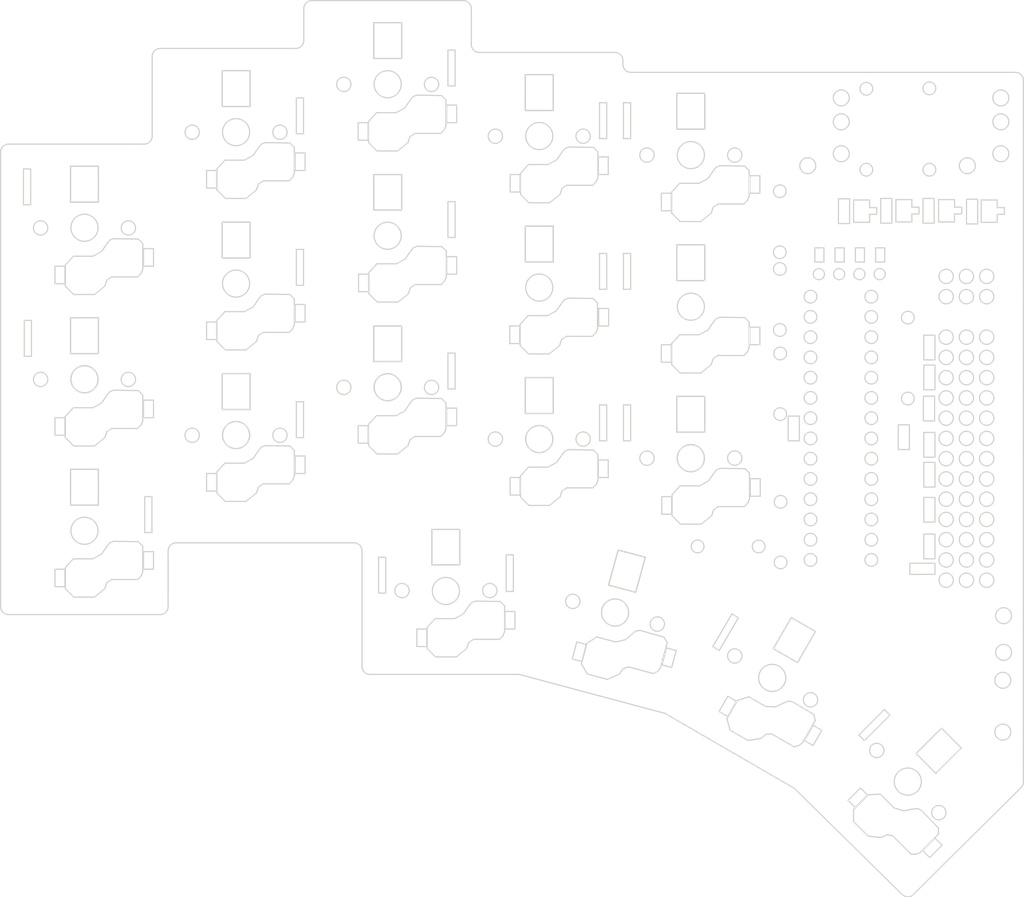
<source format=kicad_pcb>
(kicad_pcb (version 20171130) (host pcbnew 5.1.10-88a1d61d58~90~ubuntu20.04.1)

  (general
    (thickness 1.6)
    (drawings 1024)
    (tracks 0)
    (zones 0)
    (modules 0)
    (nets 1)
  )

  (page A4)
  (title_block
    (title "Just Split")
    (date 2021-08-01)
    (rev 0.1)
    (company semicontinuity)
  )

  (layers
    (0 F.Cu signal)
    (31 B.Cu signal)
    (32 B.Adhes user)
    (33 F.Adhes user)
    (34 B.Paste user)
    (35 F.Paste user)
    (36 B.SilkS user)
    (37 F.SilkS user)
    (38 B.Mask user)
    (39 F.Mask user)
    (40 Dwgs.User user)
    (41 Cmts.User user)
    (42 Eco1.User user)
    (43 Eco2.User user)
    (44 Edge.Cuts user)
    (45 Margin user)
    (46 B.CrtYd user)
    (47 F.CrtYd user)
    (48 B.Fab user)
    (49 F.Fab user)
  )

  (setup
    (last_trace_width 0.25)
    (user_trace_width 0.2)
    (user_trace_width 0.5)
    (trace_clearance 0.2)
    (zone_clearance 0.508)
    (zone_45_only no)
    (trace_min 0.2)
    (via_size 0.6)
    (via_drill 0.4)
    (via_min_size 0.4)
    (via_min_drill 0.3)
    (user_via 3 1.6)
    (uvia_size 0.3)
    (uvia_drill 0.1)
    (uvias_allowed no)
    (uvia_min_size 0.2)
    (uvia_min_drill 0.1)
    (edge_width 0.15)
    (segment_width 0.1)
    (pcb_text_width 0.3)
    (pcb_text_size 1.5 1.5)
    (mod_edge_width 0.15)
    (mod_text_size 1 1)
    (mod_text_width 0.15)
    (pad_size 5 5)
    (pad_drill 4.1)
    (pad_to_mask_clearance 0)
    (aux_axis_origin 132.5 103.88)
    (grid_origin 132.5 103.88)
    (visible_elements FFFFF77F)
    (pcbplotparams
      (layerselection 0x01000_7ffffffe)
      (usegerberextensions true)
      (usegerberattributes false)
      (usegerberadvancedattributes false)
      (creategerberjobfile false)
      (excludeedgelayer true)
      (linewidth 0.100000)
      (plotframeref false)
      (viasonmask false)
      (mode 1)
      (useauxorigin false)
      (hpglpennumber 1)
      (hpglpenspeed 20)
      (hpglpendiameter 15.000000)
      (psnegative false)
      (psa4output false)
      (plotreference true)
      (plotvalue true)
      (plotinvisibletext false)
      (padsonsilk false)
      (subtractmaskfromsilk true)
      (outputformat 1)
      (mirror false)
      (drillshape 0)
      (scaleselection 1)
      (outputdirectory "gerber/"))
  )

  (net 0 "")

  (net_class Default "これは標準のネット クラスです。"
    (clearance 0.2)
    (trace_width 0.25)
    (via_dia 0.6)
    (via_drill 0.4)
    (uvia_dia 0.3)
    (uvia_drill 0.1)
  )

  (gr_line (start 192.45 125.93) (end 192.45 127.33) (layer Edge.Cuts) (width 0.15) (tstamp 61B3955C))
  (gr_line (start 195.6 125.93) (end 192.45 125.93) (layer Edge.Cuts) (width 0.15))
  (gr_line (start 195.6 127.33) (end 195.6 125.93) (layer Edge.Cuts) (width 0.15))
  (gr_line (start 192.45 127.33) (end 195.6 127.33) (layer Edge.Cuts) (width 0.15))
  (gr_line (start 185.45 80.38) (end 185.4 80.38) (layer Edge.Cuts) (width 0.15) (tstamp 61B39552))
  (gr_line (start 185.4 80.38) (end 185.4 83.18) (layer Edge.Cuts) (width 0.15) (tstamp 61B39551))
  (gr_line (start 187.4 83.18) (end 187.4 82.18) (layer Edge.Cuts) (width 0.15) (tstamp 61B39550))
  (gr_line (start 188.3 81.33) (end 187.4 81.33) (layer Edge.Cuts) (width 0.15) (tstamp 61B3954F))
  (gr_line (start 187.4 82.18) (end 188.3 82.18) (layer Edge.Cuts) (width 0.15) (tstamp 61B3954E))
  (gr_line (start 187.4 80.38) (end 185.45 80.38) (layer Edge.Cuts) (width 0.15) (tstamp 61B3954D))
  (gr_line (start 188.3 82.18) (end 188.3 81.33) (layer Edge.Cuts) (width 0.15) (tstamp 61B3954C))
  (gr_line (start 187.4 81.33) (end 187.4 80.38) (layer Edge.Cuts) (width 0.15) (tstamp 61B3954B))
  (gr_line (start 185.4 83.18) (end 187.4 83.18) (layer Edge.Cuts) (width 0.15) (tstamp 61B3954A))
  (gr_line (start 190.7 80.33) (end 190.7 83.13) (layer Edge.Cuts) (width 0.15) (tstamp 61B39540))
  (gr_line (start 193.6 81.28) (end 192.7 81.28) (layer Edge.Cuts) (width 0.15) (tstamp 61B3953F))
  (gr_line (start 190.75 80.33) (end 190.7 80.33) (layer Edge.Cuts) (width 0.15) (tstamp 61B3953E))
  (gr_line (start 192.7 83.13) (end 192.7 82.13) (layer Edge.Cuts) (width 0.15) (tstamp 61B3953D))
  (gr_line (start 193.6 82.13) (end 193.6 81.28) (layer Edge.Cuts) (width 0.15) (tstamp 61B3953C))
  (gr_line (start 192.7 80.33) (end 190.75 80.33) (layer Edge.Cuts) (width 0.15) (tstamp 61B3953B))
  (gr_line (start 192.7 81.28) (end 192.7 80.33) (layer Edge.Cuts) (width 0.15) (tstamp 61B3953A))
  (gr_line (start 192.7 82.13) (end 193.6 82.13) (layer Edge.Cuts) (width 0.15) (tstamp 61B39539))
  (gr_line (start 190.7 83.13) (end 192.7 83.13) (layer Edge.Cuts) (width 0.15) (tstamp 61B39538))
  (gr_line (start 198.95 82.13) (end 198.95 81.28) (layer Edge.Cuts) (width 0.15) (tstamp 61B3952E))
  (gr_line (start 198.95 81.28) (end 198.05 81.28) (layer Edge.Cuts) (width 0.15) (tstamp 61B3952D))
  (gr_line (start 196.05 80.33) (end 196.05 83.13) (layer Edge.Cuts) (width 0.15) (tstamp 61B3952C))
  (gr_line (start 196.1 80.33) (end 196.05 80.33) (layer Edge.Cuts) (width 0.15) (tstamp 61B3952B))
  (gr_line (start 198.05 81.28) (end 198.05 80.33) (layer Edge.Cuts) (width 0.15) (tstamp 61B3952A))
  (gr_line (start 196.05 83.13) (end 198.05 83.13) (layer Edge.Cuts) (width 0.15) (tstamp 61B39529))
  (gr_line (start 198.05 83.13) (end 198.05 82.13) (layer Edge.Cuts) (width 0.15) (tstamp 61B39528))
  (gr_line (start 198.05 80.33) (end 196.1 80.33) (layer Edge.Cuts) (width 0.15) (tstamp 61B39527))
  (gr_line (start 198.05 82.13) (end 198.95 82.13) (layer Edge.Cuts) (width 0.15) (tstamp 61B39526))
  (gr_line (start 201.4 80.38) (end 201.4 83.18) (layer Edge.Cuts) (width 0.15) (tstamp 61B39513))
  (gr_line (start 201.45 80.38) (end 201.4 80.38) (layer Edge.Cuts) (width 0.15))
  (gr_line (start 203.4 80.38) (end 201.45 80.38) (layer Edge.Cuts) (width 0.15))
  (gr_line (start 203.4 81.33) (end 203.4 80.38) (layer Edge.Cuts) (width 0.15))
  (gr_line (start 204.3 81.33) (end 203.4 81.33) (layer Edge.Cuts) (width 0.15))
  (gr_line (start 204.3 82.18) (end 204.3 81.33) (layer Edge.Cuts) (width 0.15))
  (gr_line (start 203.4 82.18) (end 204.3 82.18) (layer Edge.Cuts) (width 0.15))
  (gr_line (start 203.4 83.18) (end 203.4 82.18) (layer Edge.Cuts) (width 0.15))
  (gr_line (start 201.4 83.18) (end 203.4 83.18) (layer Edge.Cuts) (width 0.15))
  (gr_line (start 150.136595 137.930757) (end 151.344003 138.25428) (layer Edge.Cuts) (width 0.15) (tstamp 61B3950A))
  (gr_line (start 150.705997 135.80572) (end 150.136595 137.930757) (layer Edge.Cuts) (width 0.15) (tstamp 61B39509))
  (gr_line (start 151.344003 138.25428) (end 151.913405 136.129243) (layer Edge.Cuts) (width 0.15) (tstamp 61B39508))
  (gr_line (start 151.913405 136.129243) (end 150.705997 135.80572) (layer Edge.Cuts) (width 0.15) (tstamp 61B39507))
  (gr_line (start 168.533734 144.520128) (end 169.616266 145.145128) (layer Edge.Cuts) (width 0.15) (tstamp 61B394FA))
  (gr_line (start 169.633734 142.614872) (end 168.533734 144.520128) (layer Edge.Cuts) (width 0.15) (tstamp 61B394F9))
  (gr_line (start 169.616266 145.145128) (end 170.716266 143.239872) (layer Edge.Cuts) (width 0.15) (tstamp 61B394F8))
  (gr_line (start 170.716266 143.239872) (end 169.633734 142.614872) (layer Edge.Cuts) (width 0.15) (tstamp 61B394F7))
  (gr_line (start 184.705241 155.665876) (end 185.589124 156.549759) (layer Edge.Cuts) (width 0.15) (tstamp 61B394EA))
  (gr_line (start 187.144759 154.994124) (end 186.260876 154.110241) (layer Edge.Cuts) (width 0.15) (tstamp 61B394E9))
  (gr_line (start 186.260876 154.110241) (end 184.705241 155.665876) (layer Edge.Cuts) (width 0.15) (tstamp 61B394E8))
  (gr_line (start 185.589124 156.549759) (end 187.144759 154.994124) (layer Edge.Cuts) (width 0.15) (tstamp 61B394E7))
  (gr_line (start 194.055241 161.965876) (end 194.939124 162.849759) (layer Edge.Cuts) (width 0.15) (tstamp 61B394DA))
  (gr_line (start 195.610876 160.410241) (end 194.055241 161.965876) (layer Edge.Cuts) (width 0.15) (tstamp 61B394D9))
  (gr_line (start 194.939124 162.849759) (end 196.494759 161.294124) (layer Edge.Cuts) (width 0.15) (tstamp 61B394D8))
  (gr_line (start 196.494759 161.294124) (end 195.610876 160.410241) (layer Edge.Cuts) (width 0.15) (tstamp 61B394D7))
  (gr_line (start 142.95 134.18) (end 142.95 131.98) (layer Edge.Cuts) (width 0.15) (tstamp 61B394D2))
  (gr_line (start 142.95 131.98) (end 141.7 131.98) (layer Edge.Cuts) (width 0.15) (tstamp 61B394D1))
  (gr_line (start 141.7 131.98) (end 141.7 134.18) (layer Edge.Cuts) (width 0.15) (tstamp 61B394D0))
  (gr_line (start 141.7 134.18) (end 142.95 134.18) (layer Edge.Cuts) (width 0.15) (tstamp 61B394CF))
  (gr_line (start 130.65 136.38) (end 131.9 136.38) (layer Edge.Cuts) (width 0.15) (tstamp 61B394C2))
  (gr_line (start 130.65 134.18) (end 130.65 136.38) (layer Edge.Cuts) (width 0.15) (tstamp 61B394C1))
  (gr_line (start 131.9 136.38) (end 131.9 134.18) (layer Edge.Cuts) (width 0.15) (tstamp 61B394C0))
  (gr_line (start 131.9 134.18) (end 130.65 134.18) (layer Edge.Cuts) (width 0.15) (tstamp 61B394BF))
  (gr_line (start 179.233734 148.170128) (end 180.316266 148.795128) (layer Edge.Cuts) (width 0.15) (tstamp 61B394BA))
  (gr_line (start 180.333734 146.264872) (end 179.233734 148.170128) (layer Edge.Cuts) (width 0.15) (tstamp 61B394B9))
  (gr_line (start 180.316266 148.795128) (end 181.416266 146.889872) (layer Edge.Cuts) (width 0.15) (tstamp 61B394B8))
  (gr_line (start 181.416266 146.889872) (end 180.333734 146.264872) (layer Edge.Cuts) (width 0.15) (tstamp 61B394B7))
  (gr_line (start 162.594003 139.00428) (end 163.163405 136.879243) (layer Edge.Cuts) (width 0.15) (tstamp 61B394B2))
  (gr_line (start 163.163405 136.879243) (end 161.955997 136.55572) (layer Edge.Cuts) (width 0.15) (tstamp 61B394B1))
  (gr_line (start 161.955997 136.55572) (end 161.386595 138.680757) (layer Edge.Cuts) (width 0.15) (tstamp 61B394B0))
  (gr_line (start 161.386595 138.680757) (end 162.594003 139.00428) (layer Edge.Cuts) (width 0.15) (tstamp 61B394AF))
  (gr_line (start 85.3 90.88) (end 86.55 90.88) (layer Edge.Cuts) (width 0.15) (tstamp 61B394AA))
  (gr_line (start 86.55 88.68) (end 85.3 88.68) (layer Edge.Cuts) (width 0.15) (tstamp 61B394A9))
  (gr_line (start 86.55 90.88) (end 86.55 88.68) (layer Edge.Cuts) (width 0.15) (tstamp 61B394A8))
  (gr_line (start 85.3 88.68) (end 85.3 90.88) (layer Edge.Cuts) (width 0.15) (tstamp 61B394A7))
  (gr_line (start 97.65 86.48) (end 96.4 86.48) (layer Edge.Cuts) (width 0.15) (tstamp 61B394A2))
  (gr_line (start 96.4 86.48) (end 96.4 88.68) (layer Edge.Cuts) (width 0.15) (tstamp 61B394A1))
  (gr_line (start 97.65 88.68) (end 97.65 86.48) (layer Edge.Cuts) (width 0.15) (tstamp 61B394A0))
  (gr_line (start 96.4 88.68) (end 97.65 88.68) (layer Edge.Cuts) (width 0.15) (tstamp 61B3949F))
  (gr_line (start 105.55 78.88) (end 105.55 76.68) (layer Edge.Cuts) (width 0.15) (tstamp 61B3949A))
  (gr_line (start 105.55 76.68) (end 104.3 76.68) (layer Edge.Cuts) (width 0.15) (tstamp 61B39499))
  (gr_line (start 104.3 78.88) (end 105.55 78.88) (layer Edge.Cuts) (width 0.15) (tstamp 61B39498))
  (gr_line (start 104.3 76.68) (end 104.3 78.88) (layer Edge.Cuts) (width 0.15) (tstamp 61B39497))
  (gr_line (start 115.4 76.68) (end 116.65 76.68) (layer Edge.Cuts) (width 0.15) (tstamp 61B39492))
  (gr_line (start 115.4 74.48) (end 115.4 76.68) (layer Edge.Cuts) (width 0.15) (tstamp 61B39491))
  (gr_line (start 116.65 76.68) (end 116.65 74.48) (layer Edge.Cuts) (width 0.15) (tstamp 61B39490))
  (gr_line (start 116.65 74.48) (end 115.4 74.48) (layer Edge.Cuts) (width 0.15) (tstamp 61B3948F))
  (gr_line (start 124.55 72.88) (end 124.55 70.68) (layer Edge.Cuts) (width 0.15) (tstamp 61B3948A))
  (gr_line (start 123.3 72.88) (end 124.55 72.88) (layer Edge.Cuts) (width 0.15) (tstamp 61B39489))
  (gr_line (start 124.55 70.68) (end 123.3 70.68) (layer Edge.Cuts) (width 0.15) (tstamp 61B39488))
  (gr_line (start 123.3 70.68) (end 123.3 72.88) (layer Edge.Cuts) (width 0.15) (tstamp 61B39487))
  (gr_line (start 135.65 70.68) (end 135.65 68.48) (layer Edge.Cuts) (width 0.15) (tstamp 61B39482))
  (gr_line (start 134.4 70.68) (end 135.65 70.68) (layer Edge.Cuts) (width 0.15) (tstamp 61B39481))
  (gr_line (start 134.4 68.48) (end 134.4 70.68) (layer Edge.Cuts) (width 0.15) (tstamp 61B39480))
  (gr_line (start 135.65 68.48) (end 134.4 68.48) (layer Edge.Cuts) (width 0.15) (tstamp 61B3947F))
  (gr_line (start 143.6 77.18) (end 142.35 77.18) (layer Edge.Cuts) (width 0.15) (tstamp 61B3947A))
  (gr_line (start 143.6 79.38) (end 143.6 77.18) (layer Edge.Cuts) (width 0.15) (tstamp 61B39479))
  (gr_line (start 142.35 77.18) (end 142.35 79.38) (layer Edge.Cuts) (width 0.15) (tstamp 61B39478))
  (gr_line (start 142.35 79.38) (end 143.6 79.38) (layer Edge.Cuts) (width 0.15) (tstamp 61B39477))
  (gr_line (start 154.65 74.98) (end 153.4 74.98) (layer Edge.Cuts) (width 0.15) (tstamp 61B39472))
  (gr_line (start 153.4 77.18) (end 154.65 77.18) (layer Edge.Cuts) (width 0.15) (tstamp 61B39471))
  (gr_line (start 153.4 74.98) (end 153.4 77.18) (layer Edge.Cuts) (width 0.15) (tstamp 61B39470))
  (gr_line (start 154.65 77.18) (end 154.65 74.98) (layer Edge.Cuts) (width 0.15) (tstamp 61B3946F))
  (gr_line (start 161.3 79.53) (end 161.3 81.73) (layer Edge.Cuts) (width 0.15) (tstamp 61B3946A))
  (gr_line (start 162.55 79.53) (end 161.3 79.53) (layer Edge.Cuts) (width 0.15) (tstamp 61B39469))
  (gr_line (start 161.3 81.73) (end 162.55 81.73) (layer Edge.Cuts) (width 0.15) (tstamp 61B39468))
  (gr_line (start 162.55 81.73) (end 162.55 79.53) (layer Edge.Cuts) (width 0.15) (tstamp 61B39467))
  (gr_line (start 173.65 79.53) (end 173.65 77.33) (layer Edge.Cuts) (width 0.15) (tstamp 61B39462))
  (gr_line (start 173.65 77.33) (end 172.4 77.33) (layer Edge.Cuts) (width 0.15) (tstamp 61B39461))
  (gr_line (start 172.4 77.33) (end 172.4 79.53) (layer Edge.Cuts) (width 0.15) (tstamp 61B39460))
  (gr_line (start 172.4 79.53) (end 173.65 79.53) (layer Edge.Cuts) (width 0.15) (tstamp 61B3945F))
  (gr_line (start 173.65 96.33) (end 172.4 96.33) (layer Edge.Cuts) (width 0.15) (tstamp 61B3945A))
  (gr_line (start 173.65 98.53) (end 173.65 96.33) (layer Edge.Cuts) (width 0.15) (tstamp 61B39459))
  (gr_line (start 172.4 96.33) (end 172.4 98.53) (layer Edge.Cuts) (width 0.15) (tstamp 61B39458))
  (gr_line (start 172.4 98.53) (end 173.65 98.53) (layer Edge.Cuts) (width 0.15) (tstamp 61B39457))
  (gr_line (start 162.55 98.53) (end 161.3 98.53) (layer Edge.Cuts) (width 0.15) (tstamp 61B39452))
  (gr_line (start 162.55 100.73) (end 162.55 98.53) (layer Edge.Cuts) (width 0.15) (tstamp 61B39451))
  (gr_line (start 161.3 100.73) (end 162.55 100.73) (layer Edge.Cuts) (width 0.15) (tstamp 61B39450))
  (gr_line (start 161.3 98.53) (end 161.3 100.73) (layer Edge.Cuts) (width 0.15) (tstamp 61B3944F))
  (gr_line (start 153.45 93.98) (end 153.45 96.18) (layer Edge.Cuts) (width 0.15) (tstamp 61B3944A))
  (gr_line (start 154.7 96.18) (end 154.7 93.98) (layer Edge.Cuts) (width 0.15) (tstamp 61B39449))
  (gr_line (start 153.45 96.18) (end 154.7 96.18) (layer Edge.Cuts) (width 0.15) (tstamp 61B39448))
  (gr_line (start 154.7 93.98) (end 153.45 93.98) (layer Edge.Cuts) (width 0.15) (tstamp 61B39447))
  (gr_line (start 142.3 98.38) (end 143.55 98.38) (layer Edge.Cuts) (width 0.15) (tstamp 61B39442))
  (gr_line (start 142.3 96.18) (end 142.3 98.38) (layer Edge.Cuts) (width 0.15) (tstamp 61B39441))
  (gr_line (start 143.55 96.18) (end 142.3 96.18) (layer Edge.Cuts) (width 0.15) (tstamp 61B39440))
  (gr_line (start 143.55 98.38) (end 143.55 96.18) (layer Edge.Cuts) (width 0.15) (tstamp 61B3943F))
  (gr_line (start 134.4 87.48) (end 134.4 89.68) (layer Edge.Cuts) (width 0.15) (tstamp 61B3943A))
  (gr_line (start 135.65 87.48) (end 134.4 87.48) (layer Edge.Cuts) (width 0.15) (tstamp 61B39439))
  (gr_line (start 134.4 89.68) (end 135.65 89.68) (layer Edge.Cuts) (width 0.15) (tstamp 61B39438))
  (gr_line (start 135.65 89.68) (end 135.65 87.48) (layer Edge.Cuts) (width 0.15) (tstamp 61B39437))
  (gr_line (start 124.6 89.68) (end 123.35 89.68) (layer Edge.Cuts) (width 0.15) (tstamp 61B39432))
  (gr_line (start 124.6 91.88) (end 124.6 89.68) (layer Edge.Cuts) (width 0.15) (tstamp 61B39431))
  (gr_line (start 123.35 91.88) (end 124.6 91.88) (layer Edge.Cuts) (width 0.15) (tstamp 61B39430))
  (gr_line (start 123.35 89.68) (end 123.35 91.88) (layer Edge.Cuts) (width 0.15) (tstamp 61B3942F))
  (gr_line (start 115.4 95.68) (end 116.65 95.68) (layer Edge.Cuts) (width 0.15) (tstamp 61B3942A))
  (gr_line (start 115.4 93.48) (end 115.4 95.68) (layer Edge.Cuts) (width 0.15) (tstamp 61B39429))
  (gr_line (start 116.65 95.68) (end 116.65 93.48) (layer Edge.Cuts) (width 0.15) (tstamp 61B39428))
  (gr_line (start 116.65 93.48) (end 115.4 93.48) (layer Edge.Cuts) (width 0.15) (tstamp 61B39427))
  (gr_line (start 105.55 97.88) (end 105.55 95.68) (layer Edge.Cuts) (width 0.15) (tstamp 61B39422))
  (gr_line (start 104.3 95.68) (end 104.3 97.88) (layer Edge.Cuts) (width 0.15) (tstamp 61B39421))
  (gr_line (start 104.3 97.88) (end 105.55 97.88) (layer Edge.Cuts) (width 0.15) (tstamp 61B39420))
  (gr_line (start 105.55 95.68) (end 104.3 95.68) (layer Edge.Cuts) (width 0.15) (tstamp 61B3941F))
  (gr_line (start 96.4 105.48) (end 96.4 107.68) (layer Edge.Cuts) (width 0.15) (tstamp 61B3941A))
  (gr_line (start 97.65 105.48) (end 96.4 105.48) (layer Edge.Cuts) (width 0.15) (tstamp 61B39419))
  (gr_line (start 96.4 107.68) (end 97.65 107.68) (layer Edge.Cuts) (width 0.15) (tstamp 61B39418))
  (gr_line (start 97.65 107.68) (end 97.65 105.48) (layer Edge.Cuts) (width 0.15) (tstamp 61B39417))
  (gr_line (start 86.55 109.88) (end 86.55 107.68) (layer Edge.Cuts) (width 0.15) (tstamp 61B39412))
  (gr_line (start 85.3 109.88) (end 86.55 109.88) (layer Edge.Cuts) (width 0.15) (tstamp 61B39411))
  (gr_line (start 86.55 107.68) (end 85.3 107.68) (layer Edge.Cuts) (width 0.15) (tstamp 61B39410))
  (gr_line (start 85.3 107.68) (end 85.3 109.88) (layer Edge.Cuts) (width 0.15) (tstamp 61B3940F))
  (gr_line (start 86.55 128.88) (end 86.55 126.68) (layer Edge.Cuts) (width 0.15) (tstamp 61B3940A))
  (gr_line (start 86.55 126.68) (end 85.3 126.68) (layer Edge.Cuts) (width 0.15) (tstamp 61B39409))
  (gr_line (start 85.3 126.68) (end 85.3 128.88) (layer Edge.Cuts) (width 0.15) (tstamp 61B39408))
  (gr_line (start 85.3 128.88) (end 86.55 128.88) (layer Edge.Cuts) (width 0.15) (tstamp 61B39407))
  (gr_line (start 97.65 126.68) (end 97.65 124.48) (layer Edge.Cuts) (width 0.15) (tstamp 61B39402))
  (gr_line (start 97.65 124.48) (end 96.4 124.48) (layer Edge.Cuts) (width 0.15) (tstamp 61B39401))
  (gr_line (start 96.4 126.68) (end 97.65 126.68) (layer Edge.Cuts) (width 0.15) (tstamp 61B39400))
  (gr_line (start 96.4 124.48) (end 96.4 126.68) (layer Edge.Cuts) (width 0.15) (tstamp 61B393FF))
  (gr_line (start 105.55 116.88) (end 105.55 114.68) (layer Edge.Cuts) (width 0.15) (tstamp 61B393FA))
  (gr_line (start 104.3 114.68) (end 104.3 116.88) (layer Edge.Cuts) (width 0.15) (tstamp 61B393F9))
  (gr_line (start 104.3 116.88) (end 105.55 116.88) (layer Edge.Cuts) (width 0.15) (tstamp 61B393F8))
  (gr_line (start 105.55 114.68) (end 104.3 114.68) (layer Edge.Cuts) (width 0.15) (tstamp 61B393F7))
  (gr_line (start 115.4 112.48) (end 115.4 114.68) (layer Edge.Cuts) (width 0.15) (tstamp 61B393F2))
  (gr_line (start 116.65 114.68) (end 116.65 112.48) (layer Edge.Cuts) (width 0.15) (tstamp 61B393F1))
  (gr_line (start 115.4 114.68) (end 116.65 114.68) (layer Edge.Cuts) (width 0.15) (tstamp 61B393F0))
  (gr_line (start 116.65 112.48) (end 115.4 112.48) (layer Edge.Cuts) (width 0.15) (tstamp 61B393EF))
  (gr_line (start 123.3 108.68) (end 123.3 110.88) (layer Edge.Cuts) (width 0.15) (tstamp 61B393EA))
  (gr_line (start 123.3 110.88) (end 124.55 110.88) (layer Edge.Cuts) (width 0.15) (tstamp 61B393E9))
  (gr_line (start 124.55 108.68) (end 123.3 108.68) (layer Edge.Cuts) (width 0.15) (tstamp 61B393E8))
  (gr_line (start 124.55 110.88) (end 124.55 108.68) (layer Edge.Cuts) (width 0.15) (tstamp 61B393E7))
  (gr_line (start 134.4 106.48) (end 134.4 108.68) (layer Edge.Cuts) (width 0.15) (tstamp 61B393E2))
  (gr_line (start 135.65 106.48) (end 134.4 106.48) (layer Edge.Cuts) (width 0.15) (tstamp 61B393E1))
  (gr_line (start 135.65 108.68) (end 135.65 106.48) (layer Edge.Cuts) (width 0.15) (tstamp 61B393E0))
  (gr_line (start 134.4 108.68) (end 135.65 108.68) (layer Edge.Cuts) (width 0.15) (tstamp 61B393DF))
  (gr_line (start 143.6 117.38) (end 143.6 115.18) (layer Edge.Cuts) (width 0.15) (tstamp 61B393DA))
  (gr_line (start 143.6 115.18) (end 142.35 115.18) (layer Edge.Cuts) (width 0.15) (tstamp 61B393D9))
  (gr_line (start 142.35 117.38) (end 143.6 117.38) (layer Edge.Cuts) (width 0.15) (tstamp 61B393D8))
  (gr_line (start 142.35 115.18) (end 142.35 117.38) (layer Edge.Cuts) (width 0.15) (tstamp 61B393D7))
  (gr_line (start 154.65 115.18) (end 154.65 112.98) (layer Edge.Cuts) (width 0.15) (tstamp 61B393D2))
  (gr_line (start 154.65 112.98) (end 153.4 112.98) (layer Edge.Cuts) (width 0.15) (tstamp 61B393D1))
  (gr_line (start 153.4 115.18) (end 154.65 115.18) (layer Edge.Cuts) (width 0.15) (tstamp 61B393D0))
  (gr_line (start 153.4 112.98) (end 153.4 115.18) (layer Edge.Cuts) (width 0.15) (tstamp 61B393CF))
  (gr_line (start 162.6 119.78) (end 162.6 117.58) (layer Edge.Cuts) (width 0.15) (tstamp 61B393CA))
  (gr_line (start 162.6 117.58) (end 161.35 117.58) (layer Edge.Cuts) (width 0.15) (tstamp 61B393C9))
  (gr_line (start 161.35 117.58) (end 161.35 119.78) (layer Edge.Cuts) (width 0.15) (tstamp 61B393C8))
  (gr_line (start 161.35 119.78) (end 162.6 119.78) (layer Edge.Cuts) (width 0.15) (tstamp 61B393C7))
  (gr_line (start 172.45 115.33) (end 172.45 117.53) (layer Edge.Cuts) (width 0.15) (tstamp 61B393B6))
  (gr_line (start 173.7 115.33) (end 172.45 115.33) (layer Edge.Cuts) (width 0.15))
  (gr_line (start 173.7 117.53) (end 173.7 115.33) (layer Edge.Cuts) (width 0.15))
  (gr_line (start 172.45 117.53) (end 173.7 117.53) (layer Edge.Cuts) (width 0.15))
  (gr_line (start 183.5 83.33) (end 184.9 83.33) (layer Edge.Cuts) (width 0.15) (tstamp 61B39389))
  (gr_line (start 184.9 83.33) (end 184.9 80.23) (layer Edge.Cuts) (width 0.15) (tstamp 61B39388))
  (gr_line (start 183.5 80.23) (end 183.5 83.33) (layer Edge.Cuts) (width 0.15) (tstamp 61B39387))
  (gr_line (start 184.9 80.23) (end 183.5 80.23) (layer Edge.Cuts) (width 0.15) (tstamp 61B39386))
  (gr_line (start 190.2 83.28) (end 190.2 80.18) (layer Edge.Cuts) (width 0.15) (tstamp 61B39381))
  (gr_line (start 188.8 83.28) (end 190.2 83.28) (layer Edge.Cuts) (width 0.15) (tstamp 61B39380))
  (gr_line (start 190.2 80.18) (end 188.8 80.18) (layer Edge.Cuts) (width 0.15) (tstamp 61B3937F))
  (gr_line (start 188.8 80.18) (end 188.8 83.28) (layer Edge.Cuts) (width 0.15) (tstamp 61B3937E))
  (gr_line (start 194.1 83.28) (end 195.5 83.28) (layer Edge.Cuts) (width 0.15) (tstamp 61B39379))
  (gr_line (start 195.5 83.28) (end 195.5 80.18) (layer Edge.Cuts) (width 0.15) (tstamp 61B39378))
  (gr_line (start 194.1 80.18) (end 194.1 83.28) (layer Edge.Cuts) (width 0.15) (tstamp 61B39377))
  (gr_line (start 195.5 80.18) (end 194.1 80.18) (layer Edge.Cuts) (width 0.15) (tstamp 61B39376))
  (gr_line (start 200.95 80.28) (end 199.55 80.28) (layer Edge.Cuts) (width 0.15) (tstamp 61B39371))
  (gr_line (start 200.95 83.38) (end 200.95 80.28) (layer Edge.Cuts) (width 0.15) (tstamp 61B39370))
  (gr_line (start 199.55 80.28) (end 199.55 83.38) (layer Edge.Cuts) (width 0.15) (tstamp 61B3936F))
  (gr_line (start 199.55 83.38) (end 200.95 83.38) (layer Edge.Cuts) (width 0.15) (tstamp 61B3936E))
  (gr_line (start 178.6 110.58) (end 178.6 107.48) (layer Edge.Cuts) (width 0.15) (tstamp 61B39369))
  (gr_line (start 178.6 107.48) (end 177.2 107.48) (layer Edge.Cuts) (width 0.15) (tstamp 61B39368))
  (gr_line (start 177.2 107.48) (end 177.2 110.58) (layer Edge.Cuts) (width 0.15) (tstamp 61B39367))
  (gr_line (start 177.2 110.58) (end 178.6 110.58) (layer Edge.Cuts) (width 0.15) (tstamp 61B39366))
  (gr_line (start 192.4 108.58) (end 191 108.58) (layer Edge.Cuts) (width 0.15) (tstamp 61B39361))
  (gr_line (start 192.4 111.68) (end 192.4 108.58) (layer Edge.Cuts) (width 0.15) (tstamp 61B39360))
  (gr_line (start 191 111.68) (end 192.4 111.68) (layer Edge.Cuts) (width 0.15) (tstamp 61B3935F))
  (gr_line (start 191 108.58) (end 191 111.68) (layer Edge.Cuts) (width 0.15) (tstamp 61B3935E))
  (gr_line (start 195.6 125.38) (end 195.6 122.28) (layer Edge.Cuts) (width 0.15) (tstamp 61B39359))
  (gr_line (start 194.2 125.38) (end 195.6 125.38) (layer Edge.Cuts) (width 0.15) (tstamp 61B39358))
  (gr_line (start 194.2 122.28) (end 194.2 125.38) (layer Edge.Cuts) (width 0.15) (tstamp 61B39357))
  (gr_line (start 195.6 122.28) (end 194.2 122.28) (layer Edge.Cuts) (width 0.15) (tstamp 61B39356))
  (gr_line (start 195.6 120.78) (end 195.6 117.68) (layer Edge.Cuts) (width 0.15) (tstamp 61B39351))
  (gr_line (start 195.6 117.68) (end 194.2 117.68) (layer Edge.Cuts) (width 0.15) (tstamp 61B39350))
  (gr_line (start 194.2 120.78) (end 195.6 120.78) (layer Edge.Cuts) (width 0.15) (tstamp 61B3934F))
  (gr_line (start 194.2 117.68) (end 194.2 120.78) (layer Edge.Cuts) (width 0.15) (tstamp 61B3934E))
  (gr_line (start 195.6 113.28) (end 194.2 113.28) (layer Edge.Cuts) (width 0.15) (tstamp 61B39349))
  (gr_line (start 194.2 116.38) (end 195.6 116.38) (layer Edge.Cuts) (width 0.15) (tstamp 61B39348))
  (gr_line (start 195.6 116.38) (end 195.6 113.28) (layer Edge.Cuts) (width 0.15) (tstamp 61B39347))
  (gr_line (start 194.2 113.28) (end 194.2 116.38) (layer Edge.Cuts) (width 0.15) (tstamp 61B39346))
  (gr_line (start 194.2 112.63) (end 195.6 112.63) (layer Edge.Cuts) (width 0.15) (tstamp 61B39341))
  (gr_line (start 195.6 109.53) (end 194.2 109.53) (layer Edge.Cuts) (width 0.15) (tstamp 61B39340))
  (gr_line (start 194.2 109.53) (end 194.2 112.63) (layer Edge.Cuts) (width 0.15) (tstamp 61B3933F))
  (gr_line (start 195.6 112.63) (end 195.6 109.53) (layer Edge.Cuts) (width 0.15) (tstamp 61B3933E))
  (gr_line (start 194.15 108.08) (end 195.55 108.08) (layer Edge.Cuts) (width 0.15) (tstamp 61B39339))
  (gr_line (start 195.55 108.08) (end 195.55 104.98) (layer Edge.Cuts) (width 0.15) (tstamp 61B39338))
  (gr_line (start 195.55 104.98) (end 194.15 104.98) (layer Edge.Cuts) (width 0.15) (tstamp 61B39337))
  (gr_line (start 194.15 104.98) (end 194.15 108.08) (layer Edge.Cuts) (width 0.15) (tstamp 61B39336))
  (gr_line (start 195.6 104.18) (end 195.6 101.08) (layer Edge.Cuts) (width 0.15) (tstamp 61B39331))
  (gr_line (start 195.6 101.08) (end 194.2 101.08) (layer Edge.Cuts) (width 0.15) (tstamp 61B39330))
  (gr_line (start 194.2 101.08) (end 194.2 104.18) (layer Edge.Cuts) (width 0.15) (tstamp 61B3932F))
  (gr_line (start 194.2 104.18) (end 195.6 104.18) (layer Edge.Cuts) (width 0.15) (tstamp 61B3932E))
  (gr_line (start 194.2 97.33) (end 194.2 100.43) (layer Edge.Cuts) (width 0.15) (tstamp 61B392F9))
  (gr_line (start 195.6 97.33) (end 194.2 97.33) (layer Edge.Cuts) (width 0.15))
  (gr_line (start 195.6 100.43) (end 195.6 97.33) (layer Edge.Cuts) (width 0.15))
  (gr_line (start 194.2 100.43) (end 195.6 100.43) (layer Edge.Cuts) (width 0.15))
  (gr_line (start 152.023615 139.827228) (end 151.281153 138.541246) (layer Edge.Cuts) (width 0.15) (tstamp 61B39279))
  (gr_line (start 161.194154 139.023346) (end 160.871559 139.454546) (layer Edge.Cuts) (width 0.15) (tstamp 61B39278))
  (gr_line (start 160.320424 139.772744) (end 157.181165 138.931582) (layer Edge.Cuts) (width 0.15) (tstamp 61B39277))
  (gr_line (start 162.035315 135.884087) (end 161.194154 139.023346) (layer Edge.Cuts) (width 0.15) (tstamp 61B39276))
  (gr_line (start 156.062486 139.8224) (end 154.535022 140.500158) (layer Edge.Cuts) (width 0.15) (tstamp 61B39275))
  (gr_line (start 157.181165 138.931582) (end 156.498082 139.162661) (layer Edge.Cuts) (width 0.15) (tstamp 61B39274))
  (gr_line (start 158.664978 134.359842) (end 161.646407 135.210478) (layer Edge.Cuts) (width 0.15) (tstamp 61B39273))
  (gr_line (start 153.21765 135.177843) (end 155.584169 135.81195) (layer Edge.Cuts) (width 0.15) (tstamp 61B39272))
  (gr_line (start 156.498082 139.162661) (end 156.062486 139.8224) (layer Edge.Cuts) (width 0.15) (tstamp 61B39271))
  (gr_line (start 160.871559 139.454546) (end 160.320424 139.772744) (layer Edge.Cuts) (width 0.15) (tstamp 61B39270))
  (gr_line (start 151.967024 135.981542) (end 153.21765 135.177843) (layer Edge.Cuts) (width 0.15) (tstamp 61B3926F))
  (gr_line (start 158.130251 134.423618) (end 158.664978 134.359842) (layer Edge.Cuts) (width 0.15) (tstamp 61B3926E))
  (gr_line (start 161.646407 135.210478) (end 162.035315 135.884087) (layer Edge.Cuts) (width 0.15) (tstamp 61B3926D))
  (gr_line (start 155.584169 135.81195) (end 156.801978 135.517095) (layer Edge.Cuts) (width 0.15) (tstamp 61B3926C))
  (gr_line (start 156.801978 135.517095) (end 157.675708 134.767698) (layer Edge.Cuts) (width 0.15) (tstamp 61B3926B))
  (gr_line (start 157.675708 134.767698) (end 158.130251 134.423618) (layer Edge.Cuts) (width 0.15) (tstamp 61B3926A))
  (gr_line (start 154.535022 140.500158) (end 152.023615 139.827228) (layer Edge.Cuts) (width 0.15) (tstamp 61B39269))
  (gr_line (start 151.281153 138.541246) (end 151.967024 135.981542) (layer Edge.Cuts) (width 0.15) (tstamp 61B39268))
  (gr_line (start 135.4 132.88) (end 136.5 132.28) (layer Edge.Cuts) (width 0.15) (tstamp 61B39255))
  (gr_line (start 136.9 136.63) (end 135.6 137.68) (layer Edge.Cuts) (width 0.15) (tstamp 61B39254))
  (gr_line (start 137.5 130.88) (end 138 130.68) (layer Edge.Cuts) (width 0.15) (tstamp 61B39253))
  (gr_line (start 141.65 131.28) (end 141.65 134.53) (layer Edge.Cuts) (width 0.15) (tstamp 61B39252))
  (gr_line (start 136.5 132.28) (end 137.15 131.33) (layer Edge.Cuts) (width 0.15) (tstamp 61B39251))
  (gr_line (start 138 130.68) (end 141.1 130.73) (layer Edge.Cuts) (width 0.15) (tstamp 61B39250))
  (gr_line (start 137.75 135.48) (end 137.15 135.88) (layer Edge.Cuts) (width 0.15) (tstamp 61B3924F))
  (gr_line (start 132.95 132.88) (end 135.4 132.88) (layer Edge.Cuts) (width 0.15) (tstamp 61B3924E))
  (gr_line (start 133 137.68) (end 131.95 136.63) (layer Edge.Cuts) (width 0.15) (tstamp 61B3924D))
  (gr_line (start 131.95 133.98) (end 132.95 132.88) (layer Edge.Cuts) (width 0.15) (tstamp 61B3924C))
  (gr_line (start 131.95 136.63) (end 131.95 133.98) (layer Edge.Cuts) (width 0.15) (tstamp 61B3924B))
  (gr_line (start 141.1 130.73) (end 141.65 131.28) (layer Edge.Cuts) (width 0.15) (tstamp 61B3924A))
  (gr_line (start 141 135.48) (end 137.75 135.48) (layer Edge.Cuts) (width 0.15) (tstamp 61B39249))
  (gr_line (start 137.15 135.88) (end 136.9 136.63) (layer Edge.Cuts) (width 0.15) (tstamp 61B39248))
  (gr_line (start 135.6 137.68) (end 133 137.68) (layer Edge.Cuts) (width 0.15) (tstamp 61B39247))
  (gr_line (start 141.45 135.03) (end 141 135.48) (layer Edge.Cuts) (width 0.15) (tstamp 61B39246))
  (gr_line (start 141.65 134.53) (end 141.45 135.03) (layer Edge.Cuts) (width 0.15) (tstamp 61B39245))
  (gr_line (start 137.15 131.33) (end 137.5 130.88) (layer Edge.Cuts) (width 0.15) (tstamp 61B39244))
  (gr_line (start 91.55 129.13) (end 90.25 130.18) (layer Edge.Cuts) (width 0.15) (tstamp 61B39231))
  (gr_line (start 92.4 127.98) (end 91.8 128.38) (layer Edge.Cuts) (width 0.15) (tstamp 61B39230))
  (gr_line (start 87.65 130.18) (end 86.6 129.13) (layer Edge.Cuts) (width 0.15) (tstamp 61B3922F))
  (gr_line (start 91.8 123.83) (end 92.15 123.38) (layer Edge.Cuts) (width 0.15) (tstamp 61B3922E))
  (gr_line (start 95.75 123.23) (end 96.3 123.78) (layer Edge.Cuts) (width 0.15) (tstamp 61B3922D))
  (gr_line (start 95.65 127.98) (end 92.4 127.98) (layer Edge.Cuts) (width 0.15) (tstamp 61B3922C))
  (gr_line (start 92.65 123.18) (end 95.75 123.23) (layer Edge.Cuts) (width 0.15) (tstamp 61B3922B))
  (gr_line (start 96.3 127.03) (end 96.1 127.53) (layer Edge.Cuts) (width 0.15) (tstamp 61B3922A))
  (gr_line (start 91.8 128.38) (end 91.55 129.13) (layer Edge.Cuts) (width 0.15) (tstamp 61B39229))
  (gr_line (start 86.6 129.13) (end 86.6 126.48) (layer Edge.Cuts) (width 0.15) (tstamp 61B39228))
  (gr_line (start 86.6 126.48) (end 87.6 125.38) (layer Edge.Cuts) (width 0.15) (tstamp 61B39227))
  (gr_line (start 96.1 127.53) (end 95.65 127.98) (layer Edge.Cuts) (width 0.15) (tstamp 61B39226))
  (gr_line (start 96.3 123.78) (end 96.3 127.03) (layer Edge.Cuts) (width 0.15) (tstamp 61B39225))
  (gr_line (start 90.05 125.38) (end 91.15 124.78) (layer Edge.Cuts) (width 0.15) (tstamp 61B39224))
  (gr_line (start 91.15 124.78) (end 91.8 123.83) (layer Edge.Cuts) (width 0.15) (tstamp 61B39223))
  (gr_line (start 90.25 130.18) (end 87.65 130.18) (layer Edge.Cuts) (width 0.15) (tstamp 61B39222))
  (gr_line (start 92.15 123.38) (end 92.65 123.18) (layer Edge.Cuts) (width 0.15) (tstamp 61B39221))
  (gr_line (start 87.6 125.38) (end 90.05 125.38) (layer Edge.Cuts) (width 0.15) (tstamp 61B39220))
  (gr_line (start 109.25 118.18) (end 106.65 118.18) (layer Edge.Cuts) (width 0.15) (tstamp 61B3920D))
  (gr_line (start 110.15 112.78) (end 110.8 111.83) (layer Edge.Cuts) (width 0.15) (tstamp 61B3920C))
  (gr_line (start 115.1 115.53) (end 114.65 115.98) (layer Edge.Cuts) (width 0.15) (tstamp 61B3920B))
  (gr_line (start 114.75 111.23) (end 115.3 111.78) (layer Edge.Cuts) (width 0.15) (tstamp 61B3920A))
  (gr_line (start 105.6 117.13) (end 105.6 114.48) (layer Edge.Cuts) (width 0.15) (tstamp 61B39209))
  (gr_line (start 110.8 111.83) (end 111.15 111.38) (layer Edge.Cuts) (width 0.15) (tstamp 61B39208))
  (gr_line (start 106.65 118.18) (end 105.6 117.13) (layer Edge.Cuts) (width 0.15) (tstamp 61B39207))
  (gr_line (start 111.4 115.98) (end 110.8 116.38) (layer Edge.Cuts) (width 0.15) (tstamp 61B39206))
  (gr_line (start 114.65 115.98) (end 111.4 115.98) (layer Edge.Cuts) (width 0.15) (tstamp 61B39205))
  (gr_line (start 110.55 117.13) (end 109.25 118.18) (layer Edge.Cuts) (width 0.15) (tstamp 61B39204))
  (gr_line (start 106.6 113.38) (end 109.05 113.38) (layer Edge.Cuts) (width 0.15) (tstamp 61B39203))
  (gr_line (start 115.3 111.78) (end 115.3 115.03) (layer Edge.Cuts) (width 0.15) (tstamp 61B39202))
  (gr_line (start 105.6 114.48) (end 106.6 113.38) (layer Edge.Cuts) (width 0.15) (tstamp 61B39201))
  (gr_line (start 109.05 113.38) (end 110.15 112.78) (layer Edge.Cuts) (width 0.15) (tstamp 61B39200))
  (gr_line (start 110.8 116.38) (end 110.55 117.13) (layer Edge.Cuts) (width 0.15) (tstamp 61B391FF))
  (gr_line (start 115.3 115.03) (end 115.1 115.53) (layer Edge.Cuts) (width 0.15) (tstamp 61B391FE))
  (gr_line (start 111.15 111.38) (end 111.65 111.18) (layer Edge.Cuts) (width 0.15) (tstamp 61B391FD))
  (gr_line (start 111.65 111.18) (end 114.75 111.23) (layer Edge.Cuts) (width 0.15) (tstamp 61B391FC))
  (gr_line (start 125.6 107.43) (end 128.05 107.43) (layer Edge.Cuts) (width 0.15) (tstamp 61B391E9))
  (gr_line (start 125.65 112.23) (end 124.6 111.18) (layer Edge.Cuts) (width 0.15) (tstamp 61B391E8))
  (gr_line (start 134.3 105.83) (end 134.3 109.08) (layer Edge.Cuts) (width 0.15) (tstamp 61B391E7))
  (gr_line (start 133.75 105.28) (end 134.3 105.83) (layer Edge.Cuts) (width 0.15) (tstamp 61B391E6))
  (gr_line (start 124.6 111.18) (end 124.6 108.53) (layer Edge.Cuts) (width 0.15) (tstamp 61B391E5))
  (gr_line (start 129.15 106.83) (end 129.8 105.88) (layer Edge.Cuts) (width 0.15) (tstamp 61B391E4))
  (gr_line (start 129.8 105.88) (end 130.15 105.43) (layer Edge.Cuts) (width 0.15) (tstamp 61B391E3))
  (gr_line (start 124.6 108.53) (end 125.6 107.43) (layer Edge.Cuts) (width 0.15) (tstamp 61B391E2))
  (gr_line (start 129.55 111.18) (end 128.25 112.23) (layer Edge.Cuts) (width 0.15) (tstamp 61B391E1))
  (gr_line (start 128.05 107.43) (end 129.15 106.83) (layer Edge.Cuts) (width 0.15) (tstamp 61B391E0))
  (gr_line (start 130.65 105.23) (end 133.75 105.28) (layer Edge.Cuts) (width 0.15) (tstamp 61B391DF))
  (gr_line (start 129.8 110.43) (end 129.55 111.18) (layer Edge.Cuts) (width 0.15) (tstamp 61B391DE))
  (gr_line (start 134.1 109.58) (end 133.65 110.03) (layer Edge.Cuts) (width 0.15) (tstamp 61B391DD))
  (gr_line (start 130.4 110.03) (end 129.8 110.43) (layer Edge.Cuts) (width 0.15) (tstamp 61B391DC))
  (gr_line (start 133.65 110.03) (end 130.4 110.03) (layer Edge.Cuts) (width 0.15) (tstamp 61B391DB))
  (gr_line (start 128.25 112.23) (end 125.65 112.23) (layer Edge.Cuts) (width 0.15) (tstamp 61B391DA))
  (gr_line (start 130.15 105.43) (end 130.65 105.23) (layer Edge.Cuts) (width 0.15) (tstamp 61B391D9))
  (gr_line (start 134.3 109.08) (end 134.1 109.58) (layer Edge.Cuts) (width 0.15) (tstamp 61B391D8))
  (gr_line (start 144.7 118.68) (end 143.65 117.63) (layer Edge.Cuts) (width 0.15) (tstamp 61B391C5))
  (gr_line (start 147.1 113.88) (end 148.2 113.28) (layer Edge.Cuts) (width 0.15) (tstamp 61B391C4))
  (gr_line (start 148.85 116.88) (end 148.6 117.63) (layer Edge.Cuts) (width 0.15) (tstamp 61B391C3))
  (gr_line (start 152.8 111.73) (end 153.35 112.28) (layer Edge.Cuts) (width 0.15) (tstamp 61B391C2))
  (gr_line (start 148.6 117.63) (end 147.3 118.68) (layer Edge.Cuts) (width 0.15) (tstamp 61B391C1))
  (gr_line (start 144.65 113.88) (end 147.1 113.88) (layer Edge.Cuts) (width 0.15) (tstamp 61B391C0))
  (gr_line (start 149.45 116.48) (end 148.85 116.88) (layer Edge.Cuts) (width 0.15) (tstamp 61B391BF))
  (gr_line (start 152.7 116.48) (end 149.45 116.48) (layer Edge.Cuts) (width 0.15) (tstamp 61B391BE))
  (gr_line (start 149.7 111.68) (end 152.8 111.73) (layer Edge.Cuts) (width 0.15) (tstamp 61B391BD))
  (gr_line (start 153.15 116.03) (end 152.7 116.48) (layer Edge.Cuts) (width 0.15) (tstamp 61B391BC))
  (gr_line (start 148.85 112.33) (end 149.2 111.88) (layer Edge.Cuts) (width 0.15) (tstamp 61B391BB))
  (gr_line (start 143.65 117.63) (end 143.65 114.98) (layer Edge.Cuts) (width 0.15) (tstamp 61B391BA))
  (gr_line (start 153.35 115.53) (end 153.15 116.03) (layer Edge.Cuts) (width 0.15) (tstamp 61B391B9))
  (gr_line (start 153.35 112.28) (end 153.35 115.53) (layer Edge.Cuts) (width 0.15) (tstamp 61B391B8))
  (gr_line (start 148.2 113.28) (end 148.85 112.33) (layer Edge.Cuts) (width 0.15) (tstamp 61B391B7))
  (gr_line (start 143.65 114.98) (end 144.65 113.88) (layer Edge.Cuts) (width 0.15) (tstamp 61B391B6))
  (gr_line (start 149.2 111.88) (end 149.7 111.68) (layer Edge.Cuts) (width 0.15) (tstamp 61B391B5))
  (gr_line (start 147.3 118.68) (end 144.7 118.68) (layer Edge.Cuts) (width 0.15) (tstamp 61B391B4))
  (gr_line (start 168.45 118.83) (end 167.85 119.23) (layer Edge.Cuts) (width 0.15) (tstamp 61B391A1))
  (gr_line (start 167.85 119.23) (end 167.6 119.98) (layer Edge.Cuts) (width 0.15) (tstamp 61B391A0))
  (gr_line (start 171.7 118.83) (end 168.45 118.83) (layer Edge.Cuts) (width 0.15) (tstamp 61B3919F))
  (gr_line (start 162.65 117.33) (end 163.65 116.23) (layer Edge.Cuts) (width 0.15) (tstamp 61B3919E))
  (gr_line (start 162.65 119.98) (end 162.65 117.33) (layer Edge.Cuts) (width 0.15) (tstamp 61B3919D))
  (gr_line (start 167.2 115.63) (end 167.85 114.68) (layer Edge.Cuts) (width 0.15) (tstamp 61B3919C))
  (gr_line (start 168.7 114.03) (end 171.8 114.08) (layer Edge.Cuts) (width 0.15) (tstamp 61B3919B))
  (gr_line (start 166.3 121.03) (end 163.7 121.03) (layer Edge.Cuts) (width 0.15) (tstamp 61B3919A))
  (gr_line (start 172.35 114.63) (end 172.35 117.88) (layer Edge.Cuts) (width 0.15) (tstamp 61B39199))
  (gr_line (start 163.7 121.03) (end 162.65 119.98) (layer Edge.Cuts) (width 0.15) (tstamp 61B39198))
  (gr_line (start 167.85 114.68) (end 168.2 114.23) (layer Edge.Cuts) (width 0.15) (tstamp 61B39197))
  (gr_line (start 163.65 116.23) (end 166.1 116.23) (layer Edge.Cuts) (width 0.15) (tstamp 61B39196))
  (gr_line (start 168.2 114.23) (end 168.7 114.03) (layer Edge.Cuts) (width 0.15) (tstamp 61B39195))
  (gr_line (start 167.6 119.98) (end 166.3 121.03) (layer Edge.Cuts) (width 0.15) (tstamp 61B39194))
  (gr_line (start 171.8 114.08) (end 172.35 114.63) (layer Edge.Cuts) (width 0.15) (tstamp 61B39193))
  (gr_line (start 172.35 117.88) (end 172.15 118.38) (layer Edge.Cuts) (width 0.15) (tstamp 61B39192))
  (gr_line (start 172.15 118.38) (end 171.7 118.83) (layer Edge.Cuts) (width 0.15) (tstamp 61B39191))
  (gr_line (start 166.1 116.23) (end 167.2 115.63) (layer Edge.Cuts) (width 0.15) (tstamp 61B39190))
  (gr_line (start 172.1 99.43) (end 171.65 99.88) (layer Edge.Cuts) (width 0.15) (tstamp 61B3917D))
  (gr_line (start 168.65 95.08) (end 171.75 95.13) (layer Edge.Cuts) (width 0.15) (tstamp 61B3917C))
  (gr_line (start 166.25 102.08) (end 163.65 102.08) (layer Edge.Cuts) (width 0.15) (tstamp 61B3917B))
  (gr_line (start 167.8 95.73) (end 168.15 95.28) (layer Edge.Cuts) (width 0.15) (tstamp 61B3917A))
  (gr_line (start 168.15 95.28) (end 168.65 95.08) (layer Edge.Cuts) (width 0.15) (tstamp 61B39179))
  (gr_line (start 163.6 97.28) (end 166.05 97.28) (layer Edge.Cuts) (width 0.15) (tstamp 61B39178))
  (gr_line (start 167.8 100.28) (end 167.55 101.03) (layer Edge.Cuts) (width 0.15) (tstamp 61B39177))
  (gr_line (start 162.6 98.38) (end 163.6 97.28) (layer Edge.Cuts) (width 0.15) (tstamp 61B39176))
  (gr_line (start 172.3 98.93) (end 172.1 99.43) (layer Edge.Cuts) (width 0.15) (tstamp 61B39175))
  (gr_line (start 167.55 101.03) (end 166.25 102.08) (layer Edge.Cuts) (width 0.15) (tstamp 61B39174))
  (gr_line (start 172.3 95.68) (end 172.3 98.93) (layer Edge.Cuts) (width 0.15) (tstamp 61B39173))
  (gr_line (start 162.6 101.03) (end 162.6 98.38) (layer Edge.Cuts) (width 0.15) (tstamp 61B39172))
  (gr_line (start 167.15 96.68) (end 167.8 95.73) (layer Edge.Cuts) (width 0.15) (tstamp 61B39171))
  (gr_line (start 168.4 99.88) (end 167.8 100.28) (layer Edge.Cuts) (width 0.15) (tstamp 61B39170))
  (gr_line (start 171.75 95.13) (end 172.3 95.68) (layer Edge.Cuts) (width 0.15) (tstamp 61B3916F))
  (gr_line (start 171.65 99.88) (end 168.4 99.88) (layer Edge.Cuts) (width 0.15) (tstamp 61B3916E))
  (gr_line (start 166.05 97.28) (end 167.15 96.68) (layer Edge.Cuts) (width 0.15) (tstamp 61B3916D))
  (gr_line (start 163.65 102.08) (end 162.6 101.03) (layer Edge.Cuts) (width 0.15) (tstamp 61B3916C))
  (gr_line (start 144.65 99.68) (end 143.6 98.63) (layer Edge.Cuts) (width 0.15) (tstamp 61B39159))
  (gr_line (start 153.3 93.28) (end 153.3 96.53) (layer Edge.Cuts) (width 0.15) (tstamp 61B39158))
  (gr_line (start 153.1 97.03) (end 152.65 97.48) (layer Edge.Cuts) (width 0.15) (tstamp 61B39157))
  (gr_line (start 149.65 92.68) (end 152.75 92.73) (layer Edge.Cuts) (width 0.15) (tstamp 61B39156))
  (gr_line (start 147.25 99.68) (end 144.65 99.68) (layer Edge.Cuts) (width 0.15) (tstamp 61B39155))
  (gr_line (start 153.3 96.53) (end 153.1 97.03) (layer Edge.Cuts) (width 0.15) (tstamp 61B39154))
  (gr_line (start 149.4 97.48) (end 148.8 97.88) (layer Edge.Cuts) (width 0.15) (tstamp 61B39153))
  (gr_line (start 149.15 92.88) (end 149.65 92.68) (layer Edge.Cuts) (width 0.15) (tstamp 61B39152))
  (gr_line (start 148.8 97.88) (end 148.55 98.63) (layer Edge.Cuts) (width 0.15) (tstamp 61B39151))
  (gr_line (start 143.6 95.98) (end 144.6 94.88) (layer Edge.Cuts) (width 0.15) (tstamp 61B39150))
  (gr_line (start 148.8 93.33) (end 149.15 92.88) (layer Edge.Cuts) (width 0.15) (tstamp 61B3914F))
  (gr_line (start 143.6 98.63) (end 143.6 95.98) (layer Edge.Cuts) (width 0.15) (tstamp 61B3914E))
  (gr_line (start 152.65 97.48) (end 149.4 97.48) (layer Edge.Cuts) (width 0.15) (tstamp 61B3914D))
  (gr_line (start 148.55 98.63) (end 147.25 99.68) (layer Edge.Cuts) (width 0.15) (tstamp 61B3914C))
  (gr_line (start 144.6 94.88) (end 147.05 94.88) (layer Edge.Cuts) (width 0.15) (tstamp 61B3914B))
  (gr_line (start 152.75 92.73) (end 153.3 93.28) (layer Edge.Cuts) (width 0.15) (tstamp 61B3914A))
  (gr_line (start 148.15 94.28) (end 148.8 93.33) (layer Edge.Cuts) (width 0.15) (tstamp 61B39149))
  (gr_line (start 147.05 94.88) (end 148.15 94.28) (layer Edge.Cuts) (width 0.15) (tstamp 61B39148))
  (gr_line (start 125.65 88.38) (end 128.1 88.38) (layer Edge.Cuts) (width 0.15) (tstamp 61B39135))
  (gr_line (start 129.85 91.38) (end 129.6 92.13) (layer Edge.Cuts) (width 0.15) (tstamp 61B39134))
  (gr_line (start 125.7 93.18) (end 124.65 92.13) (layer Edge.Cuts) (width 0.15) (tstamp 61B39133))
  (gr_line (start 130.45 90.98) (end 129.85 91.38) (layer Edge.Cuts) (width 0.15) (tstamp 61B39132))
  (gr_line (start 124.65 92.13) (end 124.65 89.48) (layer Edge.Cuts) (width 0.15) (tstamp 61B39131))
  (gr_line (start 124.65 89.48) (end 125.65 88.38) (layer Edge.Cuts) (width 0.15) (tstamp 61B39130))
  (gr_line (start 129.6 92.13) (end 128.3 93.18) (layer Edge.Cuts) (width 0.15) (tstamp 61B3912F))
  (gr_line (start 128.3 93.18) (end 125.7 93.18) (layer Edge.Cuts) (width 0.15) (tstamp 61B3912E))
  (gr_line (start 130.7 86.18) (end 133.8 86.23) (layer Edge.Cuts) (width 0.15) (tstamp 61B3912D))
  (gr_line (start 129.85 86.83) (end 130.2 86.38) (layer Edge.Cuts) (width 0.15) (tstamp 61B3912C))
  (gr_line (start 134.35 90.03) (end 134.15 90.53) (layer Edge.Cuts) (width 0.15) (tstamp 61B3912B))
  (gr_line (start 133.8 86.23) (end 134.35 86.78) (layer Edge.Cuts) (width 0.15) (tstamp 61B3912A))
  (gr_line (start 134.15 90.53) (end 133.7 90.98) (layer Edge.Cuts) (width 0.15) (tstamp 61B39129))
  (gr_line (start 134.35 86.78) (end 134.35 90.03) (layer Edge.Cuts) (width 0.15) (tstamp 61B39128))
  (gr_line (start 133.7 90.98) (end 130.45 90.98) (layer Edge.Cuts) (width 0.15) (tstamp 61B39127))
  (gr_line (start 129.2 87.78) (end 129.85 86.83) (layer Edge.Cuts) (width 0.15) (tstamp 61B39126))
  (gr_line (start 128.1 88.38) (end 129.2 87.78) (layer Edge.Cuts) (width 0.15) (tstamp 61B39125))
  (gr_line (start 130.2 86.38) (end 130.7 86.18) (layer Edge.Cuts) (width 0.15) (tstamp 61B39124))
  (gr_line (start 162.6 79.38) (end 163.6 78.28) (layer Edge.Cuts) (width 0.15) (tstamp 61B39111))
  (gr_line (start 168.65 76.08) (end 171.75 76.13) (layer Edge.Cuts) (width 0.15) (tstamp 61B39110))
  (gr_line (start 171.65 80.88) (end 168.4 80.88) (layer Edge.Cuts) (width 0.15) (tstamp 61B3910F))
  (gr_line (start 167.15 77.68) (end 167.8 76.73) (layer Edge.Cuts) (width 0.15) (tstamp 61B3910E))
  (gr_line (start 163.6 78.28) (end 166.05 78.28) (layer Edge.Cuts) (width 0.15) (tstamp 61B3910D))
  (gr_line (start 167.8 76.73) (end 168.15 76.28) (layer Edge.Cuts) (width 0.15) (tstamp 61B3910C))
  (gr_line (start 163.65 83.08) (end 162.6 82.03) (layer Edge.Cuts) (width 0.15) (tstamp 61B3910B))
  (gr_line (start 162.6 82.03) (end 162.6 79.38) (layer Edge.Cuts) (width 0.15) (tstamp 61B3910A))
  (gr_line (start 167.55 82.03) (end 166.25 83.08) (layer Edge.Cuts) (width 0.15) (tstamp 61B39109))
  (gr_line (start 172.1 80.43) (end 171.65 80.88) (layer Edge.Cuts) (width 0.15) (tstamp 61B39108))
  (gr_line (start 166.25 83.08) (end 163.65 83.08) (layer Edge.Cuts) (width 0.15) (tstamp 61B39107))
  (gr_line (start 168.15 76.28) (end 168.65 76.08) (layer Edge.Cuts) (width 0.15) (tstamp 61B39106))
  (gr_line (start 172.3 76.68) (end 172.3 79.93) (layer Edge.Cuts) (width 0.15) (tstamp 61B39105))
  (gr_line (start 168.4 80.88) (end 167.8 81.28) (layer Edge.Cuts) (width 0.15) (tstamp 61B39104))
  (gr_line (start 172.3 79.93) (end 172.1 80.43) (layer Edge.Cuts) (width 0.15) (tstamp 61B39103))
  (gr_line (start 166.05 78.28) (end 167.15 77.68) (layer Edge.Cuts) (width 0.15) (tstamp 61B39102))
  (gr_line (start 171.75 76.13) (end 172.3 76.68) (layer Edge.Cuts) (width 0.15) (tstamp 61B39101))
  (gr_line (start 167.8 81.28) (end 167.55 82.03) (layer Edge.Cuts) (width 0.15) (tstamp 61B39100))
  (gr_line (start 149.45 78.53) (end 148.85 78.93) (layer Edge.Cuts) (width 0.15) (tstamp 61B390ED))
  (gr_line (start 153.35 77.58) (end 153.15 78.08) (layer Edge.Cuts) (width 0.15) (tstamp 61B390EC))
  (gr_line (start 147.1 75.93) (end 148.2 75.33) (layer Edge.Cuts) (width 0.15) (tstamp 61B390EB))
  (gr_line (start 148.85 74.38) (end 149.2 73.93) (layer Edge.Cuts) (width 0.15) (tstamp 61B390EA))
  (gr_line (start 152.8 73.78) (end 153.35 74.33) (layer Edge.Cuts) (width 0.15) (tstamp 61B390E9))
  (gr_line (start 147.3 80.73) (end 144.7 80.73) (layer Edge.Cuts) (width 0.15) (tstamp 61B390E8))
  (gr_line (start 152.7 78.53) (end 149.45 78.53) (layer Edge.Cuts) (width 0.15) (tstamp 61B390E7))
  (gr_line (start 148.2 75.33) (end 148.85 74.38) (layer Edge.Cuts) (width 0.15) (tstamp 61B390E6))
  (gr_line (start 153.35 74.33) (end 153.35 77.58) (layer Edge.Cuts) (width 0.15) (tstamp 61B390E5))
  (gr_line (start 148.6 79.68) (end 147.3 80.73) (layer Edge.Cuts) (width 0.15) (tstamp 61B390E4))
  (gr_line (start 144.65 75.93) (end 147.1 75.93) (layer Edge.Cuts) (width 0.15) (tstamp 61B390E3))
  (gr_line (start 143.65 77.03) (end 144.65 75.93) (layer Edge.Cuts) (width 0.15) (tstamp 61B390E2))
  (gr_line (start 148.85 78.93) (end 148.6 79.68) (layer Edge.Cuts) (width 0.15) (tstamp 61B390E1))
  (gr_line (start 144.7 80.73) (end 143.65 79.68) (layer Edge.Cuts) (width 0.15) (tstamp 61B390E0))
  (gr_line (start 143.65 79.68) (end 143.65 77.03) (layer Edge.Cuts) (width 0.15) (tstamp 61B390DF))
  (gr_line (start 149.2 73.93) (end 149.7 73.73) (layer Edge.Cuts) (width 0.15) (tstamp 61B390DE))
  (gr_line (start 153.15 78.08) (end 152.7 78.53) (layer Edge.Cuts) (width 0.15) (tstamp 61B390DD))
  (gr_line (start 149.7 73.73) (end 152.8 73.78) (layer Edge.Cuts) (width 0.15) (tstamp 61B390DC))
  (gr_line (start 130.4 72.03) (end 129.8 72.43) (layer Edge.Cuts) (width 0.15) (tstamp 61B390C9))
  (gr_line (start 134.3 67.83) (end 134.3 71.08) (layer Edge.Cuts) (width 0.15) (tstamp 61B390C8))
  (gr_line (start 124.6 70.53) (end 125.6 69.43) (layer Edge.Cuts) (width 0.15) (tstamp 61B390C7))
  (gr_line (start 134.3 71.08) (end 134.1 71.58) (layer Edge.Cuts) (width 0.15) (tstamp 61B390C6))
  (gr_line (start 133.75 67.28) (end 134.3 67.83) (layer Edge.Cuts) (width 0.15) (tstamp 61B390C5))
  (gr_line (start 130.65 67.23) (end 133.75 67.28) (layer Edge.Cuts) (width 0.15) (tstamp 61B390C4))
  (gr_line (start 128.05 69.43) (end 129.15 68.83) (layer Edge.Cuts) (width 0.15) (tstamp 61B390C3))
  (gr_line (start 128.25 74.23) (end 125.65 74.23) (layer Edge.Cuts) (width 0.15) (tstamp 61B390C2))
  (gr_line (start 129.8 67.88) (end 130.15 67.43) (layer Edge.Cuts) (width 0.15) (tstamp 61B390C1))
  (gr_line (start 134.1 71.58) (end 133.65 72.03) (layer Edge.Cuts) (width 0.15) (tstamp 61B390C0))
  (gr_line (start 129.8 72.43) (end 129.55 73.18) (layer Edge.Cuts) (width 0.15) (tstamp 61B390BF))
  (gr_line (start 124.6 73.18) (end 124.6 70.53) (layer Edge.Cuts) (width 0.15) (tstamp 61B390BE))
  (gr_line (start 130.15 67.43) (end 130.65 67.23) (layer Edge.Cuts) (width 0.15) (tstamp 61B390BD))
  (gr_line (start 129.15 68.83) (end 129.8 67.88) (layer Edge.Cuts) (width 0.15) (tstamp 61B390BC))
  (gr_line (start 133.65 72.03) (end 130.4 72.03) (layer Edge.Cuts) (width 0.15) (tstamp 61B390BB))
  (gr_line (start 129.55 73.18) (end 128.25 74.23) (layer Edge.Cuts) (width 0.15) (tstamp 61B390BA))
  (gr_line (start 125.6 69.43) (end 128.05 69.43) (layer Edge.Cuts) (width 0.15) (tstamp 61B390B9))
  (gr_line (start 125.65 74.23) (end 124.6 73.18) (layer Edge.Cuts) (width 0.15) (tstamp 61B390B8))
  (gr_line (start 106.6 75.38) (end 109.05 75.38) (layer Edge.Cuts) (width 0.15) (tstamp 61B390A5))
  (gr_line (start 111.15 73.38) (end 111.65 73.18) (layer Edge.Cuts) (width 0.15) (tstamp 61B390A4))
  (gr_line (start 110.55 79.13) (end 109.25 80.18) (layer Edge.Cuts) (width 0.15) (tstamp 61B390A3))
  (gr_line (start 114.65 77.98) (end 111.4 77.98) (layer Edge.Cuts) (width 0.15) (tstamp 61B390A2))
  (gr_line (start 110.15 74.78) (end 110.8 73.83) (layer Edge.Cuts) (width 0.15) (tstamp 61B390A1))
  (gr_line (start 115.3 73.78) (end 115.3 77.03) (layer Edge.Cuts) (width 0.15) (tstamp 61B390A0))
  (gr_line (start 114.75 73.23) (end 115.3 73.78) (layer Edge.Cuts) (width 0.15) (tstamp 61B3909F))
  (gr_line (start 111.65 73.18) (end 114.75 73.23) (layer Edge.Cuts) (width 0.15) (tstamp 61B3909E))
  (gr_line (start 105.6 76.48) (end 106.6 75.38) (layer Edge.Cuts) (width 0.15) (tstamp 61B3909D))
  (gr_line (start 109.25 80.18) (end 106.65 80.18) (layer Edge.Cuts) (width 0.15) (tstamp 61B3909C))
  (gr_line (start 105.6 79.13) (end 105.6 76.48) (layer Edge.Cuts) (width 0.15) (tstamp 61B3909B))
  (gr_line (start 111.4 77.98) (end 110.8 78.38) (layer Edge.Cuts) (width 0.15) (tstamp 61B3909A))
  (gr_line (start 115.3 77.03) (end 115.1 77.53) (layer Edge.Cuts) (width 0.15) (tstamp 61B39099))
  (gr_line (start 115.1 77.53) (end 114.65 77.98) (layer Edge.Cuts) (width 0.15) (tstamp 61B39098))
  (gr_line (start 110.8 73.83) (end 111.15 73.38) (layer Edge.Cuts) (width 0.15) (tstamp 61B39097))
  (gr_line (start 110.8 78.38) (end 110.55 79.13) (layer Edge.Cuts) (width 0.15) (tstamp 61B39096))
  (gr_line (start 106.65 80.18) (end 105.6 79.13) (layer Edge.Cuts) (width 0.15) (tstamp 61B39095))
  (gr_line (start 109.05 75.38) (end 110.15 74.78) (layer Edge.Cuts) (width 0.15) (tstamp 61B39094))
  (gr_line (start 91.8 90.43) (end 91.55 91.18) (layer Edge.Cuts) (width 0.15) (tstamp 61B39081))
  (gr_line (start 91.55 91.18) (end 90.25 92.23) (layer Edge.Cuts) (width 0.15) (tstamp 61B39080))
  (gr_line (start 86.6 91.18) (end 86.6 88.53) (layer Edge.Cuts) (width 0.15) (tstamp 61B3907F))
  (gr_line (start 91.8 85.88) (end 92.15 85.43) (layer Edge.Cuts) (width 0.15) (tstamp 61B3907E))
  (gr_line (start 92.65 85.23) (end 95.75 85.28) (layer Edge.Cuts) (width 0.15) (tstamp 61B3907D))
  (gr_line (start 96.1 89.58) (end 95.65 90.03) (layer Edge.Cuts) (width 0.15) (tstamp 61B3907C))
  (gr_line (start 92.4 90.03) (end 91.8 90.43) (layer Edge.Cuts) (width 0.15) (tstamp 61B3907B))
  (gr_line (start 96.3 85.83) (end 96.3 89.08) (layer Edge.Cuts) (width 0.15) (tstamp 61B3907A))
  (gr_line (start 96.3 89.08) (end 96.1 89.58) (layer Edge.Cuts) (width 0.15) (tstamp 61B39079))
  (gr_line (start 95.65 90.03) (end 92.4 90.03) (layer Edge.Cuts) (width 0.15) (tstamp 61B39078))
  (gr_line (start 95.75 85.28) (end 96.3 85.83) (layer Edge.Cuts) (width 0.15) (tstamp 61B39077))
  (gr_line (start 87.6 87.43) (end 90.05 87.43) (layer Edge.Cuts) (width 0.15) (tstamp 61B39076))
  (gr_line (start 90.25 92.23) (end 87.65 92.23) (layer Edge.Cuts) (width 0.15) (tstamp 61B39075))
  (gr_line (start 86.6 88.53) (end 87.6 87.43) (layer Edge.Cuts) (width 0.15) (tstamp 61B39074))
  (gr_line (start 92.15 85.43) (end 92.65 85.23) (layer Edge.Cuts) (width 0.15) (tstamp 61B39073))
  (gr_line (start 87.65 92.23) (end 86.6 91.18) (layer Edge.Cuts) (width 0.15) (tstamp 61B39072))
  (gr_line (start 90.05 87.43) (end 91.15 86.83) (layer Edge.Cuts) (width 0.15) (tstamp 61B39071))
  (gr_line (start 91.15 86.83) (end 91.8 85.88) (layer Edge.Cuts) (width 0.15) (tstamp 61B39070))
  (gr_line (start 92.15 104.43) (end 92.65 104.23) (layer Edge.Cuts) (width 0.15) (tstamp 61B3905D))
  (gr_line (start 90.25 111.23) (end 87.65 111.23) (layer Edge.Cuts) (width 0.15) (tstamp 61B3905C))
  (gr_line (start 87.6 106.43) (end 90.05 106.43) (layer Edge.Cuts) (width 0.15) (tstamp 61B3905B))
  (gr_line (start 91.55 110.18) (end 90.25 111.23) (layer Edge.Cuts) (width 0.15) (tstamp 61B3905A))
  (gr_line (start 92.4 109.03) (end 91.8 109.43) (layer Edge.Cuts) (width 0.15) (tstamp 61B39059))
  (gr_line (start 90.05 106.43) (end 91.15 105.83) (layer Edge.Cuts) (width 0.15) (tstamp 61B39058))
  (gr_line (start 86.6 110.18) (end 86.6 107.53) (layer Edge.Cuts) (width 0.15) (tstamp 61B39057))
  (gr_line (start 91.8 104.88) (end 92.15 104.43) (layer Edge.Cuts) (width 0.15) (tstamp 61B39056))
  (gr_line (start 87.65 111.23) (end 86.6 110.18) (layer Edge.Cuts) (width 0.15) (tstamp 61B39055))
  (gr_line (start 91.15 105.83) (end 91.8 104.88) (layer Edge.Cuts) (width 0.15) (tstamp 61B39054))
  (gr_line (start 86.6 107.53) (end 87.6 106.43) (layer Edge.Cuts) (width 0.15) (tstamp 61B39053))
  (gr_line (start 91.8 109.43) (end 91.55 110.18) (layer Edge.Cuts) (width 0.15) (tstamp 61B39052))
  (gr_line (start 92.65 104.23) (end 95.75 104.28) (layer Edge.Cuts) (width 0.15) (tstamp 61B39051))
  (gr_line (start 95.75 104.28) (end 96.3 104.83) (layer Edge.Cuts) (width 0.15) (tstamp 61B39050))
  (gr_line (start 96.1 108.58) (end 95.65 109.03) (layer Edge.Cuts) (width 0.15) (tstamp 61B3904F))
  (gr_line (start 96.3 108.08) (end 96.1 108.58) (layer Edge.Cuts) (width 0.15) (tstamp 61B3904E))
  (gr_line (start 96.3 104.83) (end 96.3 108.08) (layer Edge.Cuts) (width 0.15) (tstamp 61B3904D))
  (gr_line (start 95.65 109.03) (end 92.4 109.03) (layer Edge.Cuts) (width 0.15) (tstamp 61B3904C))
  (gr_line (start 114.75 92.23) (end 115.3 92.78) (layer Edge.Cuts) (width 0.15) (tstamp 61B39039))
  (gr_line (start 115.3 92.78) (end 115.3 96.03) (layer Edge.Cuts) (width 0.15) (tstamp 61B39038))
  (gr_line (start 115.3 96.03) (end 115.1 96.53) (layer Edge.Cuts) (width 0.15) (tstamp 61B39037))
  (gr_line (start 115.1 96.53) (end 114.65 96.98) (layer Edge.Cuts) (width 0.15) (tstamp 61B39036))
  (gr_line (start 114.65 96.98) (end 111.4 96.98) (layer Edge.Cuts) (width 0.15) (tstamp 61B39035))
  (gr_line (start 111.4 96.98) (end 110.8 97.38) (layer Edge.Cuts) (width 0.15) (tstamp 61B39034))
  (gr_line (start 110.8 97.38) (end 110.55 98.13) (layer Edge.Cuts) (width 0.15) (tstamp 61B39033))
  (gr_line (start 110.55 98.13) (end 109.25 99.18) (layer Edge.Cuts) (width 0.15) (tstamp 61B39032))
  (gr_line (start 109.25 99.18) (end 106.65 99.18) (layer Edge.Cuts) (width 0.15) (tstamp 61B39031))
  (gr_line (start 106.65 99.18) (end 105.6 98.13) (layer Edge.Cuts) (width 0.15) (tstamp 61B39030))
  (gr_line (start 105.6 98.13) (end 105.6 95.48) (layer Edge.Cuts) (width 0.15) (tstamp 61B3902F))
  (gr_line (start 105.6 95.48) (end 106.6 94.38) (layer Edge.Cuts) (width 0.15) (tstamp 61B3902E))
  (gr_line (start 106.6 94.38) (end 109.05 94.38) (layer Edge.Cuts) (width 0.15) (tstamp 61B3902D))
  (gr_line (start 109.05 94.38) (end 110.15 93.78) (layer Edge.Cuts) (width 0.15) (tstamp 61B3902C))
  (gr_line (start 110.15 93.78) (end 110.8 92.83) (layer Edge.Cuts) (width 0.15) (tstamp 61B3902B))
  (gr_line (start 110.8 92.83) (end 111.15 92.38) (layer Edge.Cuts) (width 0.15) (tstamp 61B3902A))
  (gr_line (start 111.15 92.38) (end 111.65 92.18) (layer Edge.Cuts) (width 0.15) (tstamp 61B39029))
  (gr_line (start 111.65 92.18) (end 114.75 92.23) (layer Edge.Cuts) (width 0.15) (tstamp 61B39028))
  (gr_line (start 180.398909 144.892212) (end 180.600223 145.643526) (layer Edge.Cuts) (width 0.15) (tstamp 61B38FF1))
  (gr_line (start 180.600223 145.643526) (end 178.975223 148.458109) (layer Edge.Cuts) (width 0.15) (tstamp 61B38FF0))
  (gr_line (start 178.975223 148.458109) (end 178.552018 148.791122) (layer Edge.Cuts) (width 0.15) (tstamp 61B38FEF))
  (gr_line (start 178.552018 148.791122) (end 177.937307 148.955833) (layer Edge.Cuts) (width 0.15) (tstamp 61B38FEE))
  (gr_line (start 177.937307 148.955833) (end 175.122724 147.330833) (layer Edge.Cuts) (width 0.15) (tstamp 61B38FED))
  (gr_line (start 175.122724 147.330833) (end 174.403109 147.377243) (layer Edge.Cuts) (width 0.15) (tstamp 61B38FEC))
  (gr_line (start 174.403109 147.377243) (end 173.811603 147.901762) (layer Edge.Cuts) (width 0.15) (tstamp 61B38FEB))
  (gr_line (start 173.811603 147.901762) (end 172.16077 148.161089) (layer Edge.Cuts) (width 0.15) (tstamp 61B38FEA))
  (gr_line (start 172.16077 148.161089) (end 169.909103 146.861089) (layer Edge.Cuts) (width 0.15) (tstamp 61B38FE9))
  (gr_line (start 169.909103 146.861089) (end 169.524777 145.426762) (layer Edge.Cuts) (width 0.15) (tstamp 61B38FE8))
  (gr_line (start 169.524777 145.426762) (end 170.849777 143.131795) (layer Edge.Cuts) (width 0.15) (tstamp 61B38FE7))
  (gr_line (start 170.849777 143.131795) (end 172.265802 142.679167) (layer Edge.Cuts) (width 0.15) (tstamp 61B38FE6))
  (gr_line (start 172.265802 142.679167) (end 174.387564 143.904167) (layer Edge.Cuts) (width 0.15) (tstamp 61B38FE5))
  (gr_line (start 174.387564 143.904167) (end 175.640192 143.934552) (layer Edge.Cuts) (width 0.15) (tstamp 61B38FE4))
  (gr_line (start 175.640192 143.934552) (end 176.678109 143.436828) (layer Edge.Cuts) (width 0.15) (tstamp 61B38FE3))
  (gr_line (start 176.678109 143.436828) (end 177.206218 143.222116) (layer Edge.Cuts) (width 0.15) (tstamp 61B38FE2))
  (gr_line (start 177.206218 143.222116) (end 177.73923 143.298911) (layer Edge.Cuts) (width 0.15) (tstamp 61B38FE1))
  (gr_line (start 177.73923 143.298911) (end 180.398909 144.892212) (layer Edge.Cuts) (width 0.15) (tstamp 61B38FE0))
  (gr_line (start 191.485761 167.472779) (end 177.98576 154.17278) (layer Edge.Cuts) (width 0.15) (tstamp 6161BAB5))
  (gr_circle (center 192.2 105.28) (end 193 105.28) (layer Edge.Cuts) (width 0.15) (tstamp 61B3899D))
  (gr_circle (center 192.2 95.13) (end 193 95.13) (layer Edge.Cuts) (width 0.15) (tstamp 61B3899B))
  (gr_circle (center 194.9 76.58) (end 195.7 76.58) (layer Edge.Cuts) (width 0.15) (tstamp 61B38999))
  (gr_circle (center 194.9 66.38) (end 195.7 66.38) (layer Edge.Cuts) (width 0.15) (tstamp 61B38997))
  (gr_circle (center 187 66.43) (end 187.8 66.43) (layer Edge.Cuts) (width 0.15) (tstamp 61B38995))
  (gr_circle (center 187 76.58) (end 187.8 76.58) (layer Edge.Cuts) (width 0.15) (tstamp 61B38993))
  (gr_circle (center 176.15 79.28) (end 176.95 79.28) (layer Edge.Cuts) (width 0.15) (tstamp 61B38991))
  (gr_circle (center 176.15 86.93) (end 176.95 86.93) (layer Edge.Cuts) (width 0.15) (tstamp 61B3898F))
  (gr_circle (center 176.15 89.03) (end 176.95 89.03) (layer Edge.Cuts) (width 0.15) (tstamp 61B3898D))
  (gr_circle (center 176.15 96.68) (end 176.95 96.68) (layer Edge.Cuts) (width 0.15) (tstamp 61B3898B))
  (gr_circle (center 176.2 99.63) (end 177 99.63) (layer Edge.Cuts) (width 0.15) (tstamp 61B38989))
  (gr_circle (center 176.2 107.23) (end 177 107.23) (layer Edge.Cuts) (width 0.15) (tstamp 61B38987))
  (gr_circle (center 176.25 118.23) (end 177.05 118.23) (layer Edge.Cuts) (width 0.15) (tstamp 61B38985))
  (gr_circle (center 176.25 125.83) (end 177.05 125.83) (layer Edge.Cuts) (width 0.15) (tstamp 61B38983))
  (gr_circle (center 173.5 123.83) (end 174.3 123.83) (layer Edge.Cuts) (width 0.15) (tstamp 61B38981))
  (gr_circle (center 165.85 123.83) (end 166.65 123.83) (layer Edge.Cuts) (width 0.15) (tstamp 61B3897F))
  (gr_line (start 193.873402 156.903654) (end 196.030078 159.131041) (layer Edge.Cuts) (width 0.15) (tstamp 61B24ACE))
  (gr_line (start 193.378427 156.691522) (end 193.873402 156.903654) (layer Edge.Cuts) (width 0.15))
  (gr_line (start 192.812742 156.762233) (end 193.378427 156.691522) (layer Edge.Cuts) (width 0.15))
  (gr_line (start 191.681371 156.974365) (end 192.812742 156.762233) (layer Edge.Cuts) (width 0.15))
  (gr_line (start 190.479289 156.620812) (end 191.681371 156.974365) (layer Edge.Cuts) (width 0.15))
  (gr_line (start 188.746878 154.8884) (end 190.479289 156.620812) (layer Edge.Cuts) (width 0.15))
  (gr_line (start 187.261953 154.959111) (end 188.746878 154.8884) (layer Edge.Cuts) (width 0.15))
  (gr_line (start 185.38812 156.832944) (end 187.261953 154.959111) (layer Edge.Cuts) (width 0.15))
  (gr_line (start 185.38812 158.317868) (end 185.38812 156.832944) (layer Edge.Cuts) (width 0.15))
  (gr_line (start 187.226598 160.156346) (end 185.38812 158.317868) (layer Edge.Cuts) (width 0.15))
  (gr_line (start 188.888299 160.333122) (end 187.226598 160.156346) (layer Edge.Cuts) (width 0.15))
  (gr_line (start 189.595406 159.979569) (end 188.888299 160.333122) (layer Edge.Cuts) (width 0.15))
  (gr_line (start 190.302513 160.12099) (end 189.595406 159.979569) (layer Edge.Cuts) (width 0.15))
  (gr_line (start 192.60061 162.419087) (end 190.302513 160.12099) (layer Edge.Cuts) (width 0.15))
  (gr_line (start 193.237006 162.419087) (end 192.60061 162.419087) (layer Edge.Cuts) (width 0.15))
  (gr_line (start 193.731981 162.206955) (end 193.237006 162.419087) (layer Edge.Cuts) (width 0.15))
  (gr_line (start 196.030078 159.908858) (end 193.731981 162.206955) (layer Edge.Cuts) (width 0.15))
  (gr_line (start 196.030078 159.131041) (end 196.030078 159.908858) (layer Edge.Cuts) (width 0.15))
  (gr_circle (center 170.5 74.75) (end 171.4 74.75) (layer Edge.Cuts) (width 0.15) (tstamp 61B24A2D))
  (gr_circle (center 159.5 74.75) (end 160.4 74.75) (layer Edge.Cuts) (width 0.15) (tstamp 61B24A0F))
  (gr_circle (center 151.5 72.38) (end 152.4 72.38) (layer Edge.Cuts) (width 0.15) (tstamp 61B24A06))
  (gr_circle (center 140.5 72.38) (end 141.4 72.38) (layer Edge.Cuts) (width 0.15) (tstamp 61B249FF))
  (gr_circle (center 132.5 65.88) (end 133.4 65.88) (layer Edge.Cuts) (width 0.15) (tstamp 61B249FA))
  (gr_circle (center 121.5 65.88) (end 122.4 65.88) (layer Edge.Cuts) (width 0.15) (tstamp 61B249F2))
  (gr_circle (center 113.5 71.88) (end 114.4 71.88) (layer Edge.Cuts) (width 0.15) (tstamp 61B249EB))
  (gr_circle (center 102.5 71.88) (end 103.4 71.88) (layer Edge.Cuts) (width 0.15) (tstamp 61B249DF))
  (gr_circle (center 94.5 83.88) (end 95.4 83.88) (layer Edge.Cuts) (width 0.15) (tstamp 61B249D8))
  (gr_circle (center 83.5 83.88) (end 84.4 83.88) (layer Edge.Cuts) (width 0.15) (tstamp 61B249CF))
  (gr_circle (center 83.5 102.88) (end 84.4 102.88) (layer Edge.Cuts) (width 0.15) (tstamp 61B249C7))
  (gr_circle (center 94.5 102.88) (end 95.4 102.88) (layer Edge.Cuts) (width 0.15) (tstamp 61B249C0))
  (gr_circle (center 102.5 109.88) (end 103.4 109.88) (layer Edge.Cuts) (width 0.15) (tstamp 61B249B9))
  (gr_circle (center 113.5 109.88) (end 114.4 109.88) (layer Edge.Cuts) (width 0.15) (tstamp 61B249AF))
  (gr_circle (center 121.5 103.88) (end 122.4 103.88) (layer Edge.Cuts) (width 0.15) (tstamp 61B249A6))
  (gr_circle (center 132.5 103.88) (end 133.4 103.88) (layer Edge.Cuts) (width 0.15) (tstamp 61B24966))
  (gr_circle (center 140.49976 110.36078) (end 141.39976 110.36078) (layer Edge.Cuts) (width 0.15) (tstamp 61B2495B))
  (gr_circle (center 151.49976 110.36078) (end 152.39976 110.36078) (layer Edge.Cuts) (width 0.15) (tstamp 61B2494F))
  (gr_circle (center 159.49976 112.76078) (end 160.39976 112.76078) (layer Edge.Cuts) (width 0.15) (tstamp 61B24942))
  (gr_circle (center 170.5 112.75) (end 171.4 112.75) (layer Edge.Cuts) (width 0.15) (tstamp 61B2491F))
  (gr_circle (center 128.79976 129.36078) (end 129.69976 129.36078) (layer Edge.Cuts) (width 0.15) (tstamp 61B24919))
  (gr_circle (center 139.79976 129.36078) (end 140.69976 129.36078) (layer Edge.Cuts) (width 0.15) (tstamp 61B24911))
  (gr_circle (center 150.19976 130.71078) (end 151.09976 130.71078) (layer Edge.Cuts) (width 0.15) (tstamp 61B24907))
  (gr_circle (center 160.79976 133.56078) (end 161.69976 133.56078) (layer Edge.Cuts) (width 0.15) (tstamp 61B248FF))
  (gr_circle (center 170.49976 137.56078) (end 171.39976 137.56078) (layer Edge.Cuts) (width 0.15) (tstamp 61B248F1))
  (gr_circle (center 179.99976 143.06078) (end 180.89976 143.06078) (layer Edge.Cuts) (width 0.15) (tstamp 61B248E9))
  (gr_circle (center 188.29976 149.41078) (end 189.19976 149.41078) (layer Edge.Cuts) (width 0.15) (tstamp 61B248DF))
  (gr_circle (center 196.080559 157.21078) (end 196.980559 157.21078) (layer Edge.Cuts) (width 0.15))
  (gr_circle (center 164.99976 112.76078) (end 166.69976 112.76078) (layer Edge.Cuts) (width 0.15) (tstamp 61B24890))
  (gr_circle (center 145.99976 110.36078) (end 147.69976 110.36078) (layer Edge.Cuts) (width 0.15) (tstamp 61B24886))
  (gr_circle (center 126.99976 103.86078) (end 128.69976 103.86078) (layer Edge.Cuts) (width 0.15) (tstamp 61B2487C))
  (gr_circle (center 107.99976 109.86078) (end 109.69976 109.86078) (layer Edge.Cuts) (width 0.15) (tstamp 61B24870))
  (gr_circle (center 88.99976 121.86078) (end 90.69976 121.86078) (layer Edge.Cuts) (width 0.15) (tstamp 61B24866))
  (gr_circle (center 88.99976 102.86078) (end 90.69976 102.86078) (layer Edge.Cuts) (width 0.15) (tstamp 61B24856))
  (gr_circle (center 107.99976 109.86078) (end 109.69976 109.86078) (layer Edge.Cuts) (width 0.15) (tstamp 61B24848))
  (gr_circle (center 126.99976 103.86078) (end 128.69976 103.86078) (layer Edge.Cuts) (width 0.15) (tstamp 61B24840))
  (gr_circle (center 145.99976 110.36078) (end 147.69976 110.36078) (layer Edge.Cuts) (width 0.15) (tstamp 61B24836))
  (gr_circle (center 164.99976 112.76078) (end 166.69976 112.76078) (layer Edge.Cuts) (width 0.15) (tstamp 61B24829))
  (gr_circle (center 164.99976 93.76078) (end 166.69976 93.76078) (layer Edge.Cuts) (width 0.15) (tstamp 61B24820))
  (gr_circle (center 145.99976 91.36078) (end 147.69976 91.36078) (layer Edge.Cuts) (width 0.15) (tstamp 61B24814))
  (gr_circle (center 126.99976 84.86078) (end 128.69976 84.86078) (layer Edge.Cuts) (width 0.15) (tstamp 61B2480C))
  (gr_circle (center 107.99976 90.86078) (end 109.69976 90.86078) (layer Edge.Cuts) (width 0.15) (tstamp 61B24800))
  (gr_circle (center 88.99976 102.86078) (end 90.69976 102.86078) (layer Edge.Cuts) (width 0.15) (tstamp 61B247F6))
  (gr_circle (center 88.99976 83.86078) (end 90.69976 83.86078) (layer Edge.Cuts) (width 0.15) (tstamp 61B247EA))
  (gr_circle (center 108 71.875) (end 109.7 71.875) (layer Edge.Cuts) (width 0.15) (tstamp 61B247B3))
  (gr_circle (center 126.99976 65.86078) (end 128.69976 65.86078) (layer Edge.Cuts) (width 0.15) (tstamp 61B2478A))
  (gr_circle (center 145.99976 72.36078) (end 147.69976 72.36078) (layer Edge.Cuts) (width 0.15) (tstamp 61B24782))
  (gr_circle (center 165 74.75) (end 166.7 74.75) (layer Edge.Cuts) (width 0.15) (tstamp 61B24742))
  (gr_circle (center 134.29976 129.41078) (end 135.99976 129.41078) (layer Edge.Cuts) (width 0.15) (tstamp 61B2472A))
  (gr_circle (center 155.49976 132.11078) (end 157.19976 132.11078) (layer Edge.Cuts) (width 0.15) (tstamp 61B24722))
  (gr_circle (center 175.19976 140.31078) (end 176.89976 140.31078) (layer Edge.Cuts) (width 0.15) (tstamp 61B24716))
  (gr_circle (center 192.191472 153.316472) (end 193.891472 153.316472) (layer Edge.Cuts) (width 0.15))
  (gr_line (start 90.75 118.65) (end 90.75 114.15) (layer Edge.Cuts) (width 0.15) (tstamp 61B246CF))
  (gr_line (start 87.25 118.65) (end 90.75 118.65) (layer Edge.Cuts) (width 0.15) (tstamp 61B246C9))
  (gr_line (start 87.25 114.15) (end 87.25 118.65) (layer Edge.Cuts) (width 0.15) (tstamp 61B246C5))
  (gr_line (start 90.75 114.15) (end 87.25 114.15) (layer Edge.Cuts) (width 0.15) (tstamp 61B246C0))
  (gr_line (start 109.75 106.65) (end 109.75 102.15) (layer Edge.Cuts) (width 0.15) (tstamp 61B246B6))
  (gr_line (start 106.25 106.65) (end 109.75 106.65) (layer Edge.Cuts) (width 0.15) (tstamp 61B246B1))
  (gr_line (start 106.25 102.15) (end 106.25 106.65) (layer Edge.Cuts) (width 0.15) (tstamp 61B246AD))
  (gr_line (start 109.75 102.15) (end 106.25 102.15) (layer Edge.Cuts) (width 0.15) (tstamp 61B246A7))
  (gr_line (start 128.75 100.63) (end 128.75 96.18) (layer Edge.Cuts) (width 0.15) (tstamp 61B2469E))
  (gr_line (start 125.25 100.63) (end 128.75 100.63) (layer Edge.Cuts) (width 0.15) (tstamp 61B24699))
  (gr_line (start 125.25 96.18) (end 125.25 100.63) (layer Edge.Cuts) (width 0.15) (tstamp 61B24695))
  (gr_line (start 128.75 96.18) (end 125.25 96.18) (layer Edge.Cuts) (width 0.15) (tstamp 61B2468F))
  (gr_line (start 147.75 107.15) (end 147.75 102.65) (layer Edge.Cuts) (width 0.15) (tstamp 61B24685))
  (gr_line (start 144.25 107.15) (end 147.75 107.15) (layer Edge.Cuts) (width 0.15) (tstamp 61B24681))
  (gr_line (start 144.25 102.65) (end 144.25 107.15) (layer Edge.Cuts) (width 0.15) (tstamp 61B2467C))
  (gr_line (start 147.75 102.65) (end 144.25 102.65) (layer Edge.Cuts) (width 0.15) (tstamp 61B24678))
  (gr_line (start 166.75 109.5) (end 166.75 105) (layer Edge.Cuts) (width 0.15) (tstamp 61B2466C))
  (gr_line (start 163.25 109.5) (end 166.75 109.5) (layer Edge.Cuts) (width 0.15) (tstamp 61B24666))
  (gr_line (start 163.25 105) (end 163.25 109.5) (layer Edge.Cuts) (width 0.15) (tstamp 61B24660))
  (gr_line (start 166.75 105) (end 163.25 105) (layer Edge.Cuts) (width 0.15) (tstamp 61B2465A))
  (gr_line (start 90.75 99.65) (end 90.75 95.15) (layer Edge.Cuts) (width 0.15) (tstamp 61B2464C))
  (gr_line (start 87.25 99.65) (end 90.75 99.65) (layer Edge.Cuts) (width 0.15) (tstamp 61B24648))
  (gr_line (start 87.25 95.15) (end 87.25 99.65) (layer Edge.Cuts) (width 0.15) (tstamp 61B24644))
  (gr_line (start 90.75 95.15) (end 87.25 95.15) (layer Edge.Cuts) (width 0.15) (tstamp 61B2463D))
  (gr_line (start 109.75 87.65) (end 109.75 83.15) (layer Edge.Cuts) (width 0.15) (tstamp 61B24615))
  (gr_line (start 106.25 87.65) (end 109.75 87.65) (layer Edge.Cuts) (width 0.15) (tstamp 61B24611))
  (gr_line (start 106.25 83.15) (end 106.25 87.65) (layer Edge.Cuts) (width 0.15) (tstamp 61B2460D))
  (gr_line (start 109.75 83.15) (end 106.25 83.15) (layer Edge.Cuts) (width 0.15) (tstamp 61B24607))
  (gr_line (start 128.75 81.63) (end 128.75 77.18) (layer Edge.Cuts) (width 0.15) (tstamp 61B24600))
  (gr_line (start 125.25 81.63) (end 128.75 81.63) (layer Edge.Cuts) (width 0.15) (tstamp 61B245FB))
  (gr_line (start 125.25 77.18) (end 125.25 81.63) (layer Edge.Cuts) (width 0.15) (tstamp 61B245F6))
  (gr_line (start 128.75 77.18) (end 125.25 77.18) (layer Edge.Cuts) (width 0.15) (tstamp 61B245F2))
  (gr_line (start 147.75 88.15) (end 147.75 83.65) (layer Edge.Cuts) (width 0.15) (tstamp 61B245E9))
  (gr_line (start 144.25 88.15) (end 147.75 88.15) (layer Edge.Cuts) (width 0.15) (tstamp 61B245E4))
  (gr_line (start 144.25 83.65) (end 144.25 88.15) (layer Edge.Cuts) (width 0.15) (tstamp 61B245DD))
  (gr_line (start 147.75 83.65) (end 144.25 83.65) (layer Edge.Cuts) (width 0.15) (tstamp 61B245D9))
  (gr_line (start 166.75 90.5) (end 166.75 86) (layer Edge.Cuts) (width 0.15) (tstamp 61B245C2))
  (gr_line (start 163.25 90.5) (end 166.75 90.5) (layer Edge.Cuts) (width 0.15) (tstamp 61B245BE))
  (gr_line (start 163.25 86) (end 163.25 90.5) (layer Edge.Cuts) (width 0.15) (tstamp 61B245BA))
  (gr_line (start 166.75 86) (end 163.25 86) (layer Edge.Cuts) (width 0.15) (tstamp 61B245B3))
  (gr_line (start 90.75 80.65) (end 90.75 76.15) (layer Edge.Cuts) (width 0.15) (tstamp 61B24599))
  (gr_line (start 87.25 80.65) (end 90.75 80.65) (layer Edge.Cuts) (width 0.15) (tstamp 61B24595))
  (gr_line (start 87.25 76.15) (end 87.25 80.65) (layer Edge.Cuts) (width 0.15) (tstamp 61B24590))
  (gr_line (start 90.75 76.15) (end 87.25 76.15) (layer Edge.Cuts) (width 0.15) (tstamp 61B2458C))
  (gr_line (start 109.75 68.65) (end 109.75 64.15) (layer Edge.Cuts) (width 0.15) (tstamp 61B24582))
  (gr_line (start 106.25 68.65) (end 109.75 68.65) (layer Edge.Cuts) (width 0.15) (tstamp 61B2457E))
  (gr_line (start 106.25 64.15) (end 106.25 68.65) (layer Edge.Cuts) (width 0.15) (tstamp 61B2457A))
  (gr_line (start 109.75 64.15) (end 106.25 64.15) (layer Edge.Cuts) (width 0.15) (tstamp 61B24575))
  (gr_line (start 128.75 62.63) (end 128.75 58.13) (layer Edge.Cuts) (width 0.15) (tstamp 61B2456B))
  (gr_line (start 125.25 62.63) (end 128.75 62.63) (layer Edge.Cuts) (width 0.15) (tstamp 61B24565))
  (gr_line (start 125.25 58.13) (end 125.25 62.63) (layer Edge.Cuts) (width 0.15) (tstamp 61B24562))
  (gr_line (start 128.75 58.13) (end 125.25 58.13) (layer Edge.Cuts) (width 0.15) (tstamp 61B2455A))
  (gr_line (start 147.75 69.15) (end 147.75 64.65) (layer Edge.Cuts) (width 0.15) (tstamp 61B24551))
  (gr_line (start 144.25 69.15) (end 147.75 69.15) (layer Edge.Cuts) (width 0.15) (tstamp 61B2454D))
  (gr_line (start 144.25 64.65) (end 144.25 69.15) (layer Edge.Cuts) (width 0.15) (tstamp 61B24549))
  (gr_line (start 147.75 64.65) (end 144.25 64.65) (layer Edge.Cuts) (width 0.15) (tstamp 61B24544))
  (gr_line (start 166.75 71.5) (end 166.75 67) (layer Edge.Cuts) (width 0.15) (tstamp 61B2453B))
  (gr_line (start 163.25 71.5) (end 166.75 71.5) (layer Edge.Cuts) (width 0.15) (tstamp 61B24537))
  (gr_line (start 163.25 67) (end 163.25 71.5) (layer Edge.Cuts) (width 0.15) (tstamp 61B24531))
  (gr_line (start 166.75 67) (end 163.25 67) (layer Edge.Cuts) (width 0.15) (tstamp 61B2452D))
  (gr_line (start 132.55 126.13) (end 136.05 126.13) (layer Edge.Cuts) (width 0.15) (tstamp 61B2451B))
  (gr_line (start 132.55 121.68) (end 132.55 126.13) (layer Edge.Cuts) (width 0.15) (tstamp 61B24516))
  (gr_line (start 136.05 121.68) (end 132.55 121.68) (layer Edge.Cuts) (width 0.15) (tstamp 61B24512))
  (gr_line (start 136.05 126.13) (end 136.05 121.68) (layer Edge.Cuts) (width 0.15) (tstamp 61B2450D))
  (gr_line (start 154.69 128.68) (end 158.09 129.58) (layer Edge.Cuts) (width 0.15) (tstamp 61B24502))
  (gr_line (start 155.89 124.28) (end 154.69 128.68) (layer Edge.Cuts) (width 0.15) (tstamp 61B244FD))
  (gr_line (start 159.29 125.18) (end 155.89 124.28) (layer Edge.Cuts) (width 0.15) (tstamp 61B244F5))
  (gr_line (start 158.09 129.58) (end 159.29 125.18) (layer Edge.Cuts) (width 0.15) (tstamp 61B244F0))
  (gr_line (start 175.336475 136.642092) (end 178.367564 138.392092) (layer Edge.Cuts) (width 0.15) (tstamp 61B244E3))
  (gr_line (start 177.586475 132.744978) (end 175.336475 136.642092) (layer Edge.Cuts) (width 0.15) (tstamp 61B244DF))
  (gr_line (start 180.617564 134.494978) (end 177.586475 132.744978) (layer Edge.Cuts) (width 0.15) (tstamp 61B244D7))
  (gr_line (start 178.367564 138.392092) (end 180.617564 134.494978) (layer Edge.Cuts) (width 0.15) (tstamp 61B244D0))
  (gr_line (start 193.234454 149.798616) (end 195.709328 152.273489) (layer Edge.Cuts) (width 0.15) (tstamp 61B244C3))
  (gr_line (start 196.416435 146.616635) (end 193.234454 149.798616) (layer Edge.Cuts) (width 0.15) (tstamp 61B244BB))
  (gr_line (start 198.891309 149.091509) (end 196.416435 146.616635) (layer Edge.Cuts) (width 0.15) (tstamp 61B244B2))
  (gr_line (start 195.709328 152.273489) (end 198.891309 149.091509) (layer Edge.Cuts) (width 0.15) (tstamp 61B244A9))
  (gr_circle (center 204.09976 147.11078) (end 205.09976 147.11078) (layer Edge.Cuts) (width 0.15) (tstamp 61B2440B))
  (gr_circle (center 204.09976 140.61078) (end 205.09976 140.61078) (layer Edge.Cuts) (width 0.15) (tstamp 61B24405))
  (gr_circle (center 204.19976 137.11078) (end 205.19976 137.11078) (layer Edge.Cuts) (width 0.15) (tstamp 61B243FD))
  (gr_circle (center 204.19976 132.51078) (end 205.19976 132.51078) (layer Edge.Cuts) (width 0.15))
  (gr_line (start 96.5552 122.0782) (end 97.4552 122.0782) (layer Edge.Cuts) (width 0.15) (tstamp 61B242F2))
  (gr_line (start 96.5552 117.5782) (end 96.5552 122.0782) (layer Edge.Cuts) (width 0.15) (tstamp 61B242F1))
  (gr_line (start 97.4552 117.5782) (end 96.5552 117.5782) (layer Edge.Cuts) (width 0.15) (tstamp 61B242F0))
  (gr_line (start 97.4552 122.0782) (end 97.4552 117.5782) (layer Edge.Cuts) (width 0.15) (tstamp 61B242EF))
  (gr_line (start 115.5552 110.1782) (end 116.4552 110.1782) (layer Edge.Cuts) (width 0.15) (tstamp 61B242F2))
  (gr_line (start 115.5552 105.6782) (end 115.5552 110.1782) (layer Edge.Cuts) (width 0.15) (tstamp 61B242F1))
  (gr_line (start 116.4552 105.6782) (end 115.5552 105.6782) (layer Edge.Cuts) (width 0.15) (tstamp 61B242F0))
  (gr_line (start 116.4552 110.1782) (end 116.4552 105.6782) (layer Edge.Cuts) (width 0.15) (tstamp 61B242EF))
  (gr_line (start 134.5552 104.0782) (end 135.4552 104.0782) (layer Edge.Cuts) (width 0.15) (tstamp 61B242F2))
  (gr_line (start 134.5552 99.5782) (end 134.5552 104.0782) (layer Edge.Cuts) (width 0.15) (tstamp 61B242F1))
  (gr_line (start 135.4552 99.5782) (end 134.5552 99.5782) (layer Edge.Cuts) (width 0.15) (tstamp 61B242F0))
  (gr_line (start 135.4552 104.0782) (end 135.4552 99.5782) (layer Edge.Cuts) (width 0.15) (tstamp 61B242EF))
  (gr_line (start 153.5552 110.5782) (end 154.4552 110.5782) (layer Edge.Cuts) (width 0.15) (tstamp 61B242F2))
  (gr_line (start 153.5552 106.0782) (end 153.5552 110.5782) (layer Edge.Cuts) (width 0.15) (tstamp 61B242F1))
  (gr_line (start 154.4552 106.0782) (end 153.5552 106.0782) (layer Edge.Cuts) (width 0.15) (tstamp 61B242F0))
  (gr_line (start 154.4552 110.5782) (end 154.4552 106.0782) (layer Edge.Cuts) (width 0.15) (tstamp 61B242EF))
  (gr_line (start 156.5552 110.5782) (end 157.4552 110.5782) (layer Edge.Cuts) (width 0.15) (tstamp 61B242F2))
  (gr_line (start 156.5552 106.0782) (end 156.5552 110.5782) (layer Edge.Cuts) (width 0.15) (tstamp 61B242F1))
  (gr_line (start 157.4552 106.0782) (end 156.5552 106.0782) (layer Edge.Cuts) (width 0.15) (tstamp 61B242F0))
  (gr_line (start 157.4552 110.5782) (end 157.4552 106.0782) (layer Edge.Cuts) (width 0.15) (tstamp 61B242EF))
  (gr_line (start 156.5552 91.5782) (end 157.4552 91.5782) (layer Edge.Cuts) (width 0.15) (tstamp 61B242F2))
  (gr_line (start 156.5552 87.0782) (end 156.5552 91.5782) (layer Edge.Cuts) (width 0.15) (tstamp 61B242F1))
  (gr_line (start 157.4552 87.0782) (end 156.5552 87.0782) (layer Edge.Cuts) (width 0.15) (tstamp 61B242F0))
  (gr_line (start 157.4552 91.5782) (end 157.4552 87.0782) (layer Edge.Cuts) (width 0.15) (tstamp 61B242EF))
  (gr_line (start 153.5552 91.5782) (end 154.4552 91.5782) (layer Edge.Cuts) (width 0.15) (tstamp 61B242F2))
  (gr_line (start 153.5552 87.0782) (end 153.5552 91.5782) (layer Edge.Cuts) (width 0.15) (tstamp 61B242F1))
  (gr_line (start 154.4552 87.0782) (end 153.5552 87.0782) (layer Edge.Cuts) (width 0.15) (tstamp 61B242F0))
  (gr_line (start 154.4552 91.5782) (end 154.4552 87.0782) (layer Edge.Cuts) (width 0.15) (tstamp 61B242EF))
  (gr_line (start 134.5552 85.0782) (end 135.4552 85.0782) (layer Edge.Cuts) (width 0.15) (tstamp 61B242F2))
  (gr_line (start 134.5552 80.5782) (end 134.5552 85.0782) (layer Edge.Cuts) (width 0.15) (tstamp 61B242F1))
  (gr_line (start 135.4552 80.5782) (end 134.5552 80.5782) (layer Edge.Cuts) (width 0.15) (tstamp 61B242F0))
  (gr_line (start 135.4552 85.0782) (end 135.4552 80.5782) (layer Edge.Cuts) (width 0.15) (tstamp 61B242EF))
  (gr_line (start 115.5552 91.0782) (end 116.4552 91.0782) (layer Edge.Cuts) (width 0.15) (tstamp 61B242F2))
  (gr_line (start 115.5552 86.5782) (end 115.5552 91.0782) (layer Edge.Cuts) (width 0.15) (tstamp 61B242F1))
  (gr_line (start 116.4552 86.5782) (end 115.5552 86.5782) (layer Edge.Cuts) (width 0.15) (tstamp 61B242F0))
  (gr_line (start 116.4552 91.0782) (end 116.4552 86.5782) (layer Edge.Cuts) (width 0.15) (tstamp 61B242EF))
  (gr_line (start 81.4552 99.9782) (end 82.3552 99.9782) (layer Edge.Cuts) (width 0.15) (tstamp 61B242F2))
  (gr_line (start 81.4552 95.4782) (end 81.4552 99.9782) (layer Edge.Cuts) (width 0.15) (tstamp 61B242F1))
  (gr_line (start 82.3552 95.4782) (end 81.4552 95.4782) (layer Edge.Cuts) (width 0.15) (tstamp 61B242F0))
  (gr_line (start 82.3552 99.9782) (end 82.3552 95.4782) (layer Edge.Cuts) (width 0.15) (tstamp 61B242EF))
  (gr_line (start 81.3552 80.9782) (end 82.2552 80.9782) (layer Edge.Cuts) (width 0.15) (tstamp 61B242F2))
  (gr_line (start 81.3552 76.4782) (end 81.3552 80.9782) (layer Edge.Cuts) (width 0.15) (tstamp 61B242F1))
  (gr_line (start 82.2552 76.4782) (end 81.3552 76.4782) (layer Edge.Cuts) (width 0.15) (tstamp 61B242F0))
  (gr_line (start 82.2552 80.9782) (end 82.2552 76.4782) (layer Edge.Cuts) (width 0.15) (tstamp 61B242EF))
  (gr_line (start 115.5552 72.0782) (end 116.4552 72.0782) (layer Edge.Cuts) (width 0.15) (tstamp 61B242F2))
  (gr_line (start 115.5552 67.5782) (end 115.5552 72.0782) (layer Edge.Cuts) (width 0.15) (tstamp 61B242F1))
  (gr_line (start 116.4552 67.5782) (end 115.5552 67.5782) (layer Edge.Cuts) (width 0.15) (tstamp 61B242F0))
  (gr_line (start 116.4552 72.0782) (end 116.4552 67.5782) (layer Edge.Cuts) (width 0.15) (tstamp 61B242EF))
  (gr_line (start 134.5552 66.0782) (end 135.4552 66.0782) (layer Edge.Cuts) (width 0.15) (tstamp 61B242F2))
  (gr_line (start 134.5552 61.5782) (end 134.5552 66.0782) (layer Edge.Cuts) (width 0.15) (tstamp 61B242F1))
  (gr_line (start 135.4552 61.5782) (end 134.5552 61.5782) (layer Edge.Cuts) (width 0.15) (tstamp 61B242F0))
  (gr_line (start 135.4552 66.0782) (end 135.4552 61.5782) (layer Edge.Cuts) (width 0.15) (tstamp 61B242EF))
  (gr_line (start 153.5552 72.6782) (end 154.4552 72.6782) (layer Edge.Cuts) (width 0.15) (tstamp 61B242F2))
  (gr_line (start 153.5552 68.1782) (end 153.5552 72.6782) (layer Edge.Cuts) (width 0.15) (tstamp 61B242F1))
  (gr_line (start 154.4552 68.1782) (end 153.5552 68.1782) (layer Edge.Cuts) (width 0.15) (tstamp 61B242F0))
  (gr_line (start 154.4552 72.6782) (end 154.4552 68.1782) (layer Edge.Cuts) (width 0.15) (tstamp 61B242EF))
  (gr_line (start 156.5552 72.6782) (end 157.4552 72.6782) (layer Edge.Cuts) (width 0.15) (tstamp 61B242DA))
  (gr_line (start 156.5552 68.1782) (end 156.5552 72.6782) (layer Edge.Cuts) (width 0.15))
  (gr_line (start 157.4552 68.1782) (end 156.5552 68.1782) (layer Edge.Cuts) (width 0.15))
  (gr_line (start 157.4552 72.6782) (end 157.4552 68.1782) (layer Edge.Cuts) (width 0.15))
  (gr_line (start 125.8552 129.6782) (end 126.7552 129.6782) (layer Edge.Cuts) (width 0.15) (tstamp 61B242B9))
  (gr_line (start 125.8552 125.1782) (end 125.8552 129.6782) (layer Edge.Cuts) (width 0.15))
  (gr_line (start 126.7552 125.1782) (end 125.8552 125.1782) (layer Edge.Cuts) (width 0.15))
  (gr_line (start 126.7552 129.6782) (end 126.7552 125.1782) (layer Edge.Cuts) (width 0.15))
  (gr_line (start 141.8552 129.4782) (end 142.7552 129.4782) (layer Edge.Cuts) (width 0.15) (tstamp 61B242AA))
  (gr_line (start 141.8552 124.8782) (end 141.8552 129.4782) (layer Edge.Cuts) (width 0.15))
  (gr_line (start 142.7552 124.8782) (end 141.8552 124.8782) (layer Edge.Cuts) (width 0.15))
  (gr_line (start 142.7552 129.4782) (end 142.7552 124.8782) (layer Edge.Cuts) (width 0.15))
  (gr_line (start 167.7552 136.3782) (end 168.5552 136.8782) (layer Edge.Cuts) (width 0.15) (tstamp 61B2423B))
  (gr_line (start 170.1552 132.2782) (end 167.7552 136.3782) (layer Edge.Cuts) (width 0.15))
  (gr_line (start 170.9552 132.7782) (end 170.1552 132.2782) (layer Edge.Cuts) (width 0.15))
  (gr_line (start 168.5552 136.8782) (end 170.9552 132.7782) (layer Edge.Cuts) (width 0.15))
  (gr_line (start 186.0552 147.4782) (end 186.7552 148.1782) (layer Edge.Cuts) (width 0.15) (tstamp 61B2423A))
  (gr_line (start 189.2552 144.2782) (end 186.0552 147.4782) (layer Edge.Cuts) (width 0.15))
  (gr_line (start 189.9552 144.9782) (end 189.2552 144.2782) (layer Edge.Cuts) (width 0.15))
  (gr_line (start 186.7552 148.1782) (end 189.9552 144.9782) (layer Edge.Cuts) (width 0.15))
  (gr_circle (center 179.6552 76.0782) (end 180.6552 76.0782) (layer Edge.Cuts) (width 0.15) (tstamp 61B240BB))
  (gr_circle (center 183.8552 67.5782) (end 184.8552 67.5782) (layer Edge.Cuts) (width 0.15) (tstamp 61B240B0))
  (gr_circle (center 183.8552 74.5782) (end 184.8552 74.5782) (layer Edge.Cuts) (width 0.15) (tstamp 61B240AA))
  (gr_circle (center 183.8552 70.5782) (end 184.8552 70.5782) (layer Edge.Cuts) (width 0.15) (tstamp 61B240A2))
  (gr_circle (center 199.6552 76.0782) (end 200.6552 76.0782) (layer Edge.Cuts) (width 0.15) (tstamp 61B24078))
  (gr_circle (center 203.8552 74.5782) (end 204.8552 74.5782) (layer Edge.Cuts) (width 0.15) (tstamp 61B24067))
  (gr_circle (center 203.8552 67.5782) (end 204.8552 67.5782) (layer Edge.Cuts) (width 0.15) (tstamp 61B24062))
  (gr_circle (center 203.8552 70.5782) (end 204.8552 70.5782) (layer Edge.Cuts) (width 0.15))
  (gr_line (start 189.301 88.155) (end 189.301 86.377) (layer Edge.Cuts) (width 0.15) (tstamp 61B23FC7))
  (gr_line (start 188.158 86.377) (end 188.158 88.155) (layer Edge.Cuts) (width 0.15) (tstamp 61B23FC6))
  (gr_line (start 188.158 88.155) (end 189.301 88.155) (layer Edge.Cuts) (width 0.15) (tstamp 61B23FC5))
  (gr_line (start 189.301 86.377) (end 188.158 86.377) (layer Edge.Cuts) (width 0.15) (tstamp 61B23FC4))
  (gr_line (start 185.618 86.377) (end 185.618 88.155) (layer Edge.Cuts) (width 0.15) (tstamp 61B23FBF))
  (gr_line (start 186.761 88.155) (end 186.761 86.377) (layer Edge.Cuts) (width 0.15) (tstamp 61B23FBE))
  (gr_line (start 186.761 86.377) (end 185.618 86.377) (layer Edge.Cuts) (width 0.15) (tstamp 61B23FBD))
  (gr_line (start 185.618 88.155) (end 186.761 88.155) (layer Edge.Cuts) (width 0.15) (tstamp 61B23FBC))
  (gr_line (start 183.078 88.155) (end 184.221 88.155) (layer Edge.Cuts) (width 0.15) (tstamp 61B23FB4))
  (gr_line (start 184.221 86.377) (end 183.078 86.377) (layer Edge.Cuts) (width 0.15) (tstamp 61B23FB3))
  (gr_line (start 184.221 88.155) (end 184.221 86.377) (layer Edge.Cuts) (width 0.15) (tstamp 61B23FB2))
  (gr_line (start 183.078 86.377) (end 183.078 88.155) (layer Edge.Cuts) (width 0.15) (tstamp 61B23FB1))
  (gr_line (start 180.538 86.377) (end 180.538 88.155) (layer Edge.Cuts) (width 0.15) (tstamp 61B23F8B))
  (gr_line (start 181.681 86.377) (end 180.538 86.377) (layer Edge.Cuts) (width 0.15))
  (gr_line (start 181.681 88.155) (end 181.681 86.377) (layer Edge.Cuts) (width 0.15))
  (gr_line (start 180.538 88.155) (end 181.681 88.155) (layer Edge.Cuts) (width 0.15))
  (gr_circle (center 188.666 89.679) (end 189.366 89.679) (layer Edge.Cuts) (width 0.15) (tstamp 61B23F41))
  (gr_circle (center 186.126 89.679) (end 186.826 89.679) (layer Edge.Cuts) (width 0.15) (tstamp 61B23F3F))
  (gr_circle (center 183.586 89.679) (end 184.286 89.679) (layer Edge.Cuts) (width 0.15) (tstamp 61B23F3B))
  (gr_circle (center 181.046 89.679) (end 181.746 89.679) (layer Edge.Cuts) (width 0.15))
  (gr_circle (center 187.62 92.5) (end 188.42 92.5) (layer Edge.Cuts) (width 0.15) (tstamp 61B23F07))
  (gr_circle (center 187.62 95.04) (end 188.42 95.04) (layer Edge.Cuts) (width 0.15) (tstamp 61B23F04))
  (gr_circle (center 187.62 97.58) (end 188.42 97.58) (layer Edge.Cuts) (width 0.15) (tstamp 61B23F01))
  (gr_circle (center 187.62 100.12) (end 188.42 100.12) (layer Edge.Cuts) (width 0.15) (tstamp 61B23EFC))
  (gr_circle (center 187.62 102.66) (end 188.42 102.66) (layer Edge.Cuts) (width 0.15) (tstamp 61B23EF8))
  (gr_circle (center 187.62 105.2) (end 188.42 105.2) (layer Edge.Cuts) (width 0.15) (tstamp 61B23EF5))
  (gr_circle (center 187.62 107.74) (end 188.42 107.74) (layer Edge.Cuts) (width 0.15) (tstamp 61B23EF1))
  (gr_circle (center 187.62 110.28) (end 188.42 110.28) (layer Edge.Cuts) (width 0.15) (tstamp 61B23EEE))
  (gr_circle (center 187.62 112.82) (end 188.42 112.82) (layer Edge.Cuts) (width 0.15) (tstamp 61B23EEA))
  (gr_circle (center 187.62 115.36) (end 188.42 115.36) (layer Edge.Cuts) (width 0.15) (tstamp 61B23EE8))
  (gr_circle (center 187.62 117.9) (end 188.42 117.9) (layer Edge.Cuts) (width 0.15) (tstamp 61B23EE3))
  (gr_circle (center 187.62 120.44) (end 188.42 120.44) (layer Edge.Cuts) (width 0.15) (tstamp 61B23EE1))
  (gr_circle (center 187.62 122.98) (end 188.42 122.98) (layer Edge.Cuts) (width 0.15) (tstamp 61B23EDE))
  (gr_circle (center 187.62 125.52) (end 188.42 125.52) (layer Edge.Cuts) (width 0.15) (tstamp 61B23ED9))
  (gr_circle (center 180 125.52) (end 180.8 125.52) (layer Edge.Cuts) (width 0.15) (tstamp 61B23ED4))
  (gr_circle (center 180 122.98) (end 180.8 122.98) (layer Edge.Cuts) (width 0.15) (tstamp 61B23ED1))
  (gr_circle (center 180 120.44) (end 180.8 120.44) (layer Edge.Cuts) (width 0.15) (tstamp 61B23ECE))
  (gr_circle (center 180 117.9) (end 180.8 117.9) (layer Edge.Cuts) (width 0.15) (tstamp 61B23ECB))
  (gr_circle (center 180 115.36) (end 180.8 115.36) (layer Edge.Cuts) (width 0.15) (tstamp 61B23EC7))
  (gr_circle (center 180 112.82) (end 180.8 112.82) (layer Edge.Cuts) (width 0.15) (tstamp 61B23EC3))
  (gr_circle (center 180 110.28) (end 180.8 110.28) (layer Edge.Cuts) (width 0.15) (tstamp 61B23EC0))
  (gr_circle (center 180 107.74) (end 180.8 107.74) (layer Edge.Cuts) (width 0.15) (tstamp 61B23EBC))
  (gr_circle (center 180 105.2) (end 180.8 105.2) (layer Edge.Cuts) (width 0.15) (tstamp 61B23EBA))
  (gr_circle (center 180 102.66) (end 180.8 102.66) (layer Edge.Cuts) (width 0.15) (tstamp 61B23EA0))
  (gr_circle (center 180 100.12) (end 180.8 100.12) (layer Edge.Cuts) (width 0.15) (tstamp 61B23E9E))
  (gr_circle (center 180 97.58) (end 180.8 97.58) (layer Edge.Cuts) (width 0.15) (tstamp 61B23E96))
  (gr_circle (center 180 95.04) (end 180.8 95.04) (layer Edge.Cuts) (width 0.15) (tstamp 61B23E90))
  (gr_circle (center 180 92.5) (end 180.8 92.5) (layer Edge.Cuts) (width 0.15) (tstamp 61B23E68))
  (gr_circle (center 202.08 128.06) (end 202.98 128.06) (layer Edge.Cuts) (width 0.15) (tstamp 61B23DEA))
  (gr_circle (center 199.54 128.06) (end 200.44 128.06) (layer Edge.Cuts) (width 0.15) (tstamp 61B23DE8))
  (gr_circle (center 197 128.06) (end 197.9 128.06) (layer Edge.Cuts) (width 0.15) (tstamp 61B23DE6))
  (gr_circle (center 202.08 125.52) (end 202.98 125.52) (layer Edge.Cuts) (width 0.15) (tstamp 61B23DE3))
  (gr_circle (center 199.54 125.52) (end 200.44 125.52) (layer Edge.Cuts) (width 0.15) (tstamp 61B23DDB))
  (gr_circle (center 197 125.52) (end 197.9 125.52) (layer Edge.Cuts) (width 0.15) (tstamp 61B23DD9))
  (gr_circle (center 202.08 122.98) (end 202.98 122.98) (layer Edge.Cuts) (width 0.15) (tstamp 61B23DD7))
  (gr_circle (center 199.54 122.98) (end 200.44 122.98) (layer Edge.Cuts) (width 0.15) (tstamp 61B23DD4))
  (gr_circle (center 197 122.98) (end 197.9 122.98) (layer Edge.Cuts) (width 0.15) (tstamp 61B23DD2))
  (gr_circle (center 202.08 120.44) (end 202.98 120.44) (layer Edge.Cuts) (width 0.15) (tstamp 61B23DD0))
  (gr_circle (center 199.54 120.44) (end 200.44 120.44) (layer Edge.Cuts) (width 0.15) (tstamp 61B23DCE))
  (gr_circle (center 197 120.44) (end 197.9 120.44) (layer Edge.Cuts) (width 0.15) (tstamp 61B23DC6))
  (gr_circle (center 202.08 117.9) (end 202.98 117.9) (layer Edge.Cuts) (width 0.15) (tstamp 61B23DC4))
  (gr_circle (center 199.54 117.9) (end 200.44 117.9) (layer Edge.Cuts) (width 0.15) (tstamp 61B23DC1))
  (gr_circle (center 197 117.9) (end 197.9 117.9) (layer Edge.Cuts) (width 0.15) (tstamp 61B23DBD))
  (gr_circle (center 202.08 115.36) (end 202.98 115.36) (layer Edge.Cuts) (width 0.15) (tstamp 61B23DBB))
  (gr_circle (center 199.54 115.36) (end 200.44 115.36) (layer Edge.Cuts) (width 0.15) (tstamp 61B23DB8))
  (gr_circle (center 197 115.36) (end 197.9 115.36) (layer Edge.Cuts) (width 0.15) (tstamp 61B23DB0))
  (gr_circle (center 202.08 112.82) (end 202.98 112.82) (layer Edge.Cuts) (width 0.15) (tstamp 61B23DAD))
  (gr_circle (center 199.54 112.82) (end 200.44 112.82) (layer Edge.Cuts) (width 0.15) (tstamp 61B23DAA))
  (gr_circle (center 197 112.82) (end 197.9 112.82) (layer Edge.Cuts) (width 0.15) (tstamp 61B23DA6))
  (gr_circle (center 202.08 110.28) (end 202.98 110.28) (layer Edge.Cuts) (width 0.15) (tstamp 61B23DA3))
  (gr_circle (center 199.54 110.28) (end 200.44 110.28) (layer Edge.Cuts) (width 0.15) (tstamp 61B23DA0))
  (gr_circle (center 197 110.28) (end 197.9 110.28) (layer Edge.Cuts) (width 0.15) (tstamp 61B23D9D))
  (gr_circle (center 202.08 107.74) (end 202.98 107.74) (layer Edge.Cuts) (width 0.15) (tstamp 61B23D93))
  (gr_circle (center 199.54 107.74) (end 200.44 107.74) (layer Edge.Cuts) (width 0.15) (tstamp 61B23D91))
  (gr_circle (center 197 107.74) (end 197.9 107.74) (layer Edge.Cuts) (width 0.15) (tstamp 61B23D8D))
  (gr_circle (center 202.08 105.2) (end 202.98 105.2) (layer Edge.Cuts) (width 0.15) (tstamp 61B23D8B))
  (gr_circle (center 199.54 105.2) (end 200.44 105.2) (layer Edge.Cuts) (width 0.15) (tstamp 61B23D89))
  (gr_circle (center 197 105.2) (end 197.9 105.2) (layer Edge.Cuts) (width 0.15) (tstamp 61B23D85))
  (gr_circle (center 202.08 102.66) (end 202.98 102.66) (layer Edge.Cuts) (width 0.15) (tstamp 61B23D82))
  (gr_circle (center 199.54 102.66) (end 200.44 102.66) (layer Edge.Cuts) (width 0.15) (tstamp 61B23D80))
  (gr_circle (center 197 102.66) (end 197.9 102.66) (layer Edge.Cuts) (width 0.15) (tstamp 61B23D7D))
  (gr_circle (center 202.08 100.12) (end 202.98 100.12) (layer Edge.Cuts) (width 0.15) (tstamp 61B23D79))
  (gr_circle (center 199.54 100.12) (end 200.44 100.12) (layer Edge.Cuts) (width 0.15) (tstamp 61B23D77))
  (gr_circle (center 197 100.12) (end 197.9 100.12) (layer Edge.Cuts) (width 0.15) (tstamp 61B23D73))
  (gr_circle (center 202.08 97.58) (end 202.98 97.58) (layer Edge.Cuts) (width 0.15) (tstamp 61B23D6D))
  (gr_circle (center 199.54 97.58) (end 200.44 97.58) (layer Edge.Cuts) (width 0.15) (tstamp 61B23D6A))
  (gr_circle (center 197 97.58) (end 197.9 97.58) (layer Edge.Cuts) (width 0.15) (tstamp 61B23D64))
  (gr_circle (center 202.08 92.5) (end 202.98 92.5) (layer Edge.Cuts) (width 0.15) (tstamp 61B23D62))
  (gr_circle (center 199.54 92.5) (end 200.44 92.5) (layer Edge.Cuts) (width 0.15) (tstamp 61B23D4C))
  (gr_circle (center 197 92.5) (end 197.9 92.5) (layer Edge.Cuts) (width 0.15) (tstamp 61B23D49))
  (gr_circle (center 202.08 89.96) (end 202.98 89.96) (layer Edge.Cuts) (width 0.15) (tstamp 61B23D45))
  (gr_circle (center 199.54 89.96) (end 200.44 89.96) (layer Edge.Cuts) (width 0.15) (tstamp 61B23D3E))
  (gr_circle (center 197 89.96) (end 197.9 89.96) (layer Edge.Cuts) (width 0.15) (tstamp 61B23CD9))
  (gr_line (start 106.25 68.65) (end 109.75 68.65) (layer Edge.Cuts) (width 0.15) (tstamp 6161F101))
  (gr_line (start 125.25 62.63) (end 128.75 62.63) (layer Edge.Cuts) (width 0.15) (tstamp 6161ED20))
  (gr_line (start 144.25 69.15) (end 147.75 69.15) (layer Edge.Cuts) (width 0.15) (tstamp 6161E93F))
  (gr_line (start 106.25 87.65) (end 109.75 87.65) (layer Edge.Cuts) (width 0.15) (tstamp 6161E55E))
  (gr_line (start 125.25 77.18) (end 128.75 77.18) (layer Edge.Cuts) (width 0.15) (tstamp 6161E17C))
  (gr_line (start 144.25 88.15) (end 147.75 88.15) (layer Edge.Cuts) (width 0.15) (tstamp 6161DD9E))
  (gr_line (start 106.25 106.65) (end 109.75 106.65) (layer Edge.Cuts) (width 0.15) (tstamp 6161D5E1))
  (gr_line (start 125.25 96.18) (end 128.75 96.18) (layer Edge.Cuts) (width 0.15) (tstamp 6161D1FF))
  (gr_line (start 144.25 107.15) (end 147.75 107.15) (layer Edge.Cuts) (width 0.15) (tstamp 6161CA45))
  (gr_line (start 132.55 121.68) (end 136.05 121.68) (layer Edge.Cuts) (width 0.15) (tstamp 6161C276))
  (gr_line (start 206.675708 153.37278) (end 206.68576 65.37278) (layer Edge.Cuts) (width 0.15) (tstamp 6161BE98))
  (gr_line (start 192.885759 167.472779) (end 206.385759 154.072779) (layer Edge.Cuts) (width 0.15) (tstamp 6161BAB6))
  (gr_arc (start 192.18576 166.77278) (end 191.485761 167.472779) (angle -90) (layer Edge.Cuts) (width 0.15))
  (gr_line (start 122.78576 123.37278) (end 100.48576 123.37278) (layer Edge.Cuts) (width 0.15) (tstamp 6161B6D5))
  (gr_line (start 123.78576 124.37278) (end 123.78576 138.87278) (layer Edge.Cuts) (width 0.15) (tstamp 6161B2F7))
  (gr_line (start 161.78576 144.77278) (end 177.98576 154.17278) (layer Edge.Cuts) (width 0.15) (tstamp 6161B2F6))
  (gr_line (start 143.48576 139.87278) (end 161.78576 144.77278) (layer Edge.Cuts) (width 0.15))
  (gr_line (start 124.78576 139.87278) (end 143.48576 139.87278) (layer Edge.Cuts) (width 0.15))
  (gr_arc (start 124.78576 138.87278) (end 123.78576 138.87278) (angle -90) (layer Edge.Cuts) (width 0.15))
  (gr_arc (start 122.78576 124.37278) (end 123.78576 124.37278) (angle -90) (layer Edge.Cuts) (width 0.15))
  (gr_line (start 138.48576 61.87278) (end 155.48576 61.87278) (layer Edge.Cuts) (width 0.15) (tstamp 615CB457))
  (gr_line (start 137.48576 56.37278) (end 137.48576 60.87278) (layer Edge.Cuts) (width 0.15) (tstamp 615CB456))
  (gr_line (start 156.48576 62.87278) (end 156.48576 63.37278) (layer Edge.Cuts) (width 0.15) (tstamp 615CB455))
  (gr_line (start 117.48576 55.37278) (end 136.48576 55.37278) (layer Edge.Cuts) (width 0.15) (tstamp 615CB454))
  (gr_line (start 116.48576 60.37278) (end 116.48576 56.37278) (layer Edge.Cuts) (width 0.15) (tstamp 615CB453))
  (gr_arc (start 115.48576 60.37278) (end 115.48576 61.37278) (angle -90) (layer Edge.Cuts) (width 0.15))
  (gr_line (start 98.48576 61.37278) (end 115.48576 61.37278) (layer Edge.Cuts) (width 0.15))
  (gr_line (start 97.48576 72.37278) (end 97.48576 62.37278) (layer Edge.Cuts) (width 0.15) (tstamp 615CB452))
  (gr_line (start 79.48576 73.37278) (end 96.48576 73.37278) (layer Edge.Cuts) (width 0.15) (tstamp 615CB451))
  (gr_line (start 78.48576 131.37278) (end 78.48576 74.37278) (layer Edge.Cuts) (width 0.15) (tstamp 615CB450))
  (gr_line (start 98.48576 132.37278) (end 79.48576 132.37278) (layer Edge.Cuts) (width 0.15) (tstamp 615CB44F))
  (gr_line (start 99.48576 131.37278) (end 99.48576 124.37278) (layer Edge.Cuts) (width 0.15) (tstamp 615CB44E))
  (gr_arc (start 100.48576 124.37278) (end 100.48576 123.37278) (angle -90) (layer Edge.Cuts) (width 0.15))
  (gr_arc (start 98.48576 131.37278) (end 98.48576 132.37278) (angle -90) (layer Edge.Cuts) (width 0.15))
  (gr_arc (start 79.48576 131.37278) (end 78.48576 131.37278) (angle -90) (layer Edge.Cuts) (width 0.15))
  (gr_arc (start 205.68576 65.37278) (end 206.68576 65.37278) (angle -90) (layer Edge.Cuts) (width 0.15))
  (gr_line (start 157.48576 64.37278) (end 205.68576 64.37278) (layer Edge.Cuts) (width 0.15))
  (gr_arc (start 205.68576 153.37278) (end 206.385759 154.072779) (angle -45) (layer Edge.Cuts) (width 0.15))
  (gr_arc (start 157.48576 63.37278) (end 156.48576 63.37278) (angle -90) (layer Edge.Cuts) (width 0.15))
  (gr_arc (start 155.48576 62.87278) (end 156.48576 62.87278) (angle -90) (layer Edge.Cuts) (width 0.15))
  (gr_arc (start 138.48576 60.87278) (end 137.48576 60.87278) (angle -90) (layer Edge.Cuts) (width 0.15))
  (gr_arc (start 136.48576 56.37278) (end 137.48576 56.37278) (angle -90) (layer Edge.Cuts) (width 0.15))
  (gr_arc (start 117.48576 56.37278) (end 117.48576 55.37278) (angle -90) (layer Edge.Cuts) (width 0.15))
  (gr_arc (start 98.48576 62.37278) (end 98.48576 61.37278) (angle -90) (layer Edge.Cuts) (width 0.15))
  (gr_arc (start 96.48576 72.37278) (end 96.48576 73.37278) (angle -90) (layer Edge.Cuts) (width 0.15))
  (gr_arc (start 79.48576 74.37278) (end 79.48576 73.37278) (angle -90) (layer Edge.Cuts) (width 0.15))
  (gr_line (start 159.29 125.18) (end 155.89 124.28) (angle 90) (layer Edge.Cuts) (width 0.15) (tstamp 5A927C4A))
  (gr_line (start 158.09 129.58) (end 159.29 125.18) (angle 90) (layer Edge.Cuts) (width 0.15) (tstamp 5A927C49))
  (gr_line (start 154.69 128.68) (end 158.09 129.58) (angle 90) (layer Edge.Cuts) (width 0.15) (tstamp 5A927C48))
  (gr_line (start 155.89 124.28) (end 154.69 128.68) (angle 90) (layer Edge.Cuts) (width 0.15) (tstamp 5A927C47))
  (gr_line (start 136.05 126.13) (end 136.05 121.68) (angle 90) (layer Edge.Cuts) (width 0.15) (tstamp 5A927C37))
  (gr_line (start 132.55 126.13) (end 136.05 126.13) (angle 90) (layer Edge.Cuts) (width 0.15) (tstamp 5A927C36))
  (gr_line (start 132.55 121.68) (end 132.55 126.13) (angle 90) (layer Edge.Cuts) (width 0.15) (tstamp 5A927C35))
  (gr_line (start 166.75 105) (end 163.25 105) (angle 90) (layer Edge.Cuts) (width 0.15) (tstamp 5A927C0A))
  (gr_line (start 166.75 109.5) (end 166.75 105) (angle 90) (layer Edge.Cuts) (width 0.15) (tstamp 5A927C09))
  (gr_line (start 163.25 109.5) (end 166.75 109.5) (angle 90) (layer Edge.Cuts) (width 0.15) (tstamp 5A927C08))
  (gr_line (start 163.25 105) (end 163.25 109.5) (angle 90) (layer Edge.Cuts) (width 0.15) (tstamp 5A927C07))
  (gr_line (start 147.75 102.65) (end 144.25 102.65) (angle 90) (layer Edge.Cuts) (width 0.15) (tstamp 5A927BFF))
  (gr_line (start 147.75 107.15) (end 147.75 102.65) (angle 90) (layer Edge.Cuts) (width 0.15) (tstamp 5A927BFE))
  (gr_line (start 144.25 102.65) (end 144.25 107.15) (angle 90) (layer Edge.Cuts) (width 0.15) (tstamp 5A927BFC))
  (gr_line (start 128.75 100.63) (end 128.75 96.18) (angle 90) (layer Edge.Cuts) (width 0.15) (tstamp 5A927BF4))
  (gr_line (start 125.25 100.63) (end 128.75 100.63) (angle 90) (layer Edge.Cuts) (width 0.15) (tstamp 5A927BF3))
  (gr_line (start 125.25 96.18) (end 125.25 100.63) (angle 90) (layer Edge.Cuts) (width 0.15) (tstamp 5A927BF2))
  (gr_line (start 109.75 102.15) (end 106.25 102.15) (angle 90) (layer Edge.Cuts) (width 0.15) (tstamp 5A927BEA))
  (gr_line (start 109.75 106.65) (end 109.75 102.15) (angle 90) (layer Edge.Cuts) (width 0.15) (tstamp 5A927BE9))
  (gr_line (start 106.25 102.15) (end 106.25 106.65) (angle 90) (layer Edge.Cuts) (width 0.15) (tstamp 5A927BE7))
  (gr_line (start 166.75 86) (end 163.25 86) (angle 90) (layer Edge.Cuts) (width 0.15) (tstamp 5A927BDC))
  (gr_line (start 166.75 90.5) (end 166.75 86) (angle 90) (layer Edge.Cuts) (width 0.15) (tstamp 5A927BDB))
  (gr_line (start 163.25 90.5) (end 166.75 90.5) (angle 90) (layer Edge.Cuts) (width 0.15) (tstamp 5A927BDA))
  (gr_line (start 163.25 86) (end 163.25 90.5) (angle 90) (layer Edge.Cuts) (width 0.15) (tstamp 5A927BD9))
  (gr_line (start 147.75 83.65) (end 144.25 83.65) (angle 90) (layer Edge.Cuts) (width 0.15) (tstamp 5A927BD1))
  (gr_line (start 147.75 88.15) (end 147.75 83.65) (angle 90) (layer Edge.Cuts) (width 0.15) (tstamp 5A927BD0))
  (gr_line (start 144.25 83.65) (end 144.25 88.15) (angle 90) (layer Edge.Cuts) (width 0.15) (tstamp 5A927BCE))
  (gr_line (start 128.75 81.63) (end 128.75 77.18) (angle 90) (layer Edge.Cuts) (width 0.15) (tstamp 5A927BCB))
  (gr_line (start 125.25 81.63) (end 128.75 81.63) (angle 90) (layer Edge.Cuts) (width 0.15) (tstamp 5A927BCA))
  (gr_line (start 125.25 77.18) (end 125.25 81.63) (angle 90) (layer Edge.Cuts) (width 0.15) (tstamp 5A927BC9))
  (gr_line (start 109.75 83.15) (end 106.25 83.15) (angle 90) (layer Edge.Cuts) (width 0.15) (tstamp 5A927BC7))
  (gr_line (start 109.75 87.65) (end 109.75 83.15) (angle 90) (layer Edge.Cuts) (width 0.15) (tstamp 5A927BC6))
  (gr_line (start 106.25 83.15) (end 106.25 87.65) (angle 90) (layer Edge.Cuts) (width 0.15) (tstamp 5A927BC4))
  (gr_line (start 166.75 67) (end 163.25 67) (angle 90) (layer Edge.Cuts) (width 0.15) (tstamp 5A927B27))
  (gr_line (start 166.75 71.5) (end 166.75 67) (angle 90) (layer Edge.Cuts) (width 0.15) (tstamp 5A927B26))
  (gr_line (start 163.25 71.5) (end 166.75 71.5) (angle 90) (layer Edge.Cuts) (width 0.15) (tstamp 5A927B25))
  (gr_line (start 163.25 67) (end 163.25 71.5) (angle 90) (layer Edge.Cuts) (width 0.15) (tstamp 5A927B24))
  (gr_line (start 147.75 64.65) (end 144.25 64.65) (angle 90) (layer Edge.Cuts) (width 0.15) (tstamp 5A927B19))
  (gr_line (start 147.75 69.15) (end 147.75 64.65) (angle 90) (layer Edge.Cuts) (width 0.15) (tstamp 5A927B18))
  (gr_line (start 144.25 64.65) (end 144.25 69.15) (angle 90) (layer Edge.Cuts) (width 0.15) (tstamp 5A927B16))
  (gr_line (start 128.75 58.13) (end 125.25 58.13) (angle 90) (layer Edge.Cuts) (width 0.15) (tstamp 5A927B0E))
  (gr_line (start 128.75 62.63) (end 128.75 58.13) (angle 90) (layer Edge.Cuts) (width 0.15) (tstamp 5A927B0D))
  (gr_line (start 125.25 58.13) (end 125.25 62.63) (angle 90) (layer Edge.Cuts) (width 0.15) (tstamp 5A927B0B))
  (gr_line (start 109.75 64.15) (end 106.25 64.15) (angle 90) (layer Edge.Cuts) (width 0.15) (tstamp 5A927AFC))
  (gr_line (start 109.75 68.65) (end 109.75 64.15) (angle 90) (layer Edge.Cuts) (width 0.15) (tstamp 5A927AFB))
  (gr_line (start 106.25 64.15) (end 106.25 68.65) (angle 90) (layer Edge.Cuts) (width 0.15) (tstamp 5A927AF9))
  (gr_line (start 90.75 114.15) (end 87.25 114.15) (angle 90) (layer Edge.Cuts) (width 0.15) (tstamp 5A927AD8))
  (gr_line (start 90.75 118.65) (end 90.75 114.15) (angle 90) (layer Edge.Cuts) (width 0.15) (tstamp 5A927AD7))
  (gr_line (start 87.25 118.65) (end 90.75 118.65) (angle 90) (layer Edge.Cuts) (width 0.15) (tstamp 5A927AD6))
  (gr_line (start 87.25 114.15) (end 87.25 118.65) (angle 90) (layer Edge.Cuts) (width 0.15) (tstamp 5A927AD5))
  (gr_line (start 90.75 95.15) (end 87.25 95.15) (angle 90) (layer Edge.Cuts) (width 0.15) (tstamp 5A927AB5))
  (gr_line (start 90.75 99.65) (end 90.75 95.15) (angle 90) (layer Edge.Cuts) (width 0.15) (tstamp 5A927AB4))
  (gr_line (start 87.25 99.65) (end 90.75 99.65) (angle 90) (layer Edge.Cuts) (width 0.15) (tstamp 5A927AB3))
  (gr_line (start 87.25 95.15) (end 87.25 99.65) (angle 90) (layer Edge.Cuts) (width 0.15) (tstamp 5A927AB2))
  (gr_line (start 198.891309 149.091509) (end 196.416435 146.616635) (angle 90) (layer Edge.Cuts) (width 0.15) (tstamp 615AF5C9))
  (gr_line (start 195.709328 152.273489) (end 198.891309 149.091509) (angle 90) (layer Edge.Cuts) (width 0.15) (tstamp 615AF5C6))
  (gr_line (start 193.234454 149.798616) (end 195.709328 152.273489) (angle 90) (layer Edge.Cuts) (width 0.15) (tstamp 615AF5C3))
  (gr_line (start 196.416435 146.616635) (end 193.234454 149.798616) (angle 90) (layer Edge.Cuts) (width 0.15) (tstamp 615AF5C0))
  (gr_line (start 90.75 76.15) (end 87.25 76.15) (angle 90) (layer Edge.Cuts) (width 0.15) (tstamp 5A927A9A))
  (gr_line (start 90.75 80.65) (end 90.75 76.15) (angle 90) (layer Edge.Cuts) (width 0.15) (tstamp 5A927A99))
  (gr_line (start 87.25 80.65) (end 90.75 80.65) (angle 90) (layer Edge.Cuts) (width 0.15) (tstamp 5A927A98))
  (gr_line (start 87.25 76.15) (end 87.25 80.65) (angle 90) (layer Edge.Cuts) (width 0.15) (tstamp 5A927A97))
  (gr_line (start 180.617564 134.494978) (end 177.586475 132.744978) (angle 90) (layer Edge.Cuts) (width 0.15) (tstamp 615AF5BD))
  (gr_line (start 178.367564 138.392092) (end 180.617564 134.494978) (angle 90) (layer Edge.Cuts) (width 0.15) (tstamp 615AF5BA))
  (gr_line (start 175.336475 136.642092) (end 178.367564 138.392092) (angle 90) (layer Edge.Cuts) (width 0.15) (tstamp 615AF5B7))
  (gr_line (start 177.586475 132.744978) (end 175.336475 136.642092) (angle 90) (layer Edge.Cuts) (width 0.15) (tstamp 615AF5B4))

)

</source>
